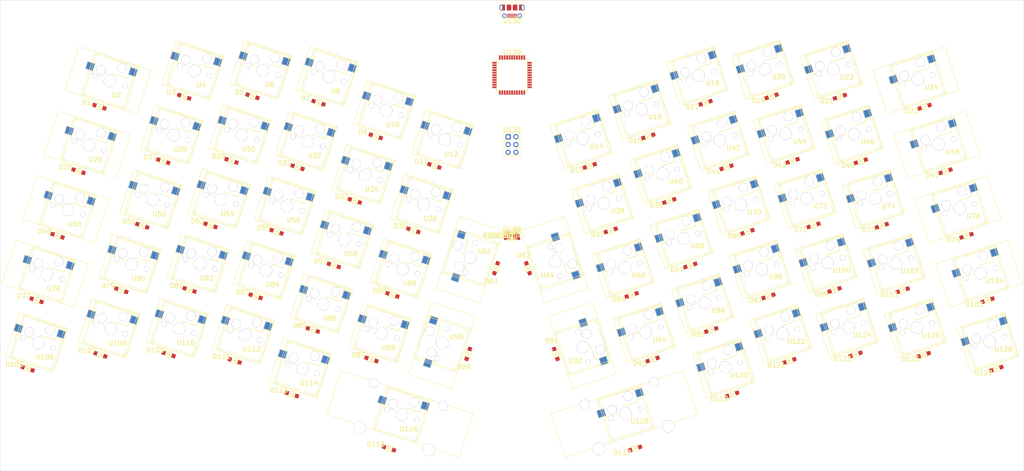
<source format=kicad_pcb>
(kicad_pcb (version 5) (host pcbnew 4.0.2-stable)
  (title_block (title GH60) (date "20 jan 2014") (rev B) (company "geekhack GH60 design team"))
  (layers (0 F.Cu signal) (31 B.Cu signal) (34 B.Paste user) (35 F.Paste user) (36 B.SilkS user) (37 F.SilkS user) (38 B.Mask user) (39 F.Mask user) (44 Edge.Cuts user))
  (net 3 "3")
  (net 67 "67")
  (net 7 "7")
  (net 71 "71")
  (net 11 "11")
  (net 75 "75")
  (net 15 "15")
  (net 79 "79")
  (net 35 "35")
  (net 99 "99")
  (net 39 "39")
  (net 43 "43")
  (net 47 "47")
  (net 4 "4")
  (net 68 "68")
  (net 8 "8")
  (net 72 "72")
  (net 12 "12")
  (net 76 "76")
  (net 16 "16")
  (net 80 "80")
  (net 36 "36")
  (net 40 "40")
  (net 44 "44")
  (net 48 "48")
  (net 5 "5")
  (net 69 "69")
  (net 9 "9")
  (net 73 "73")
  (net 13 "13")
  (net 77 "77")
  (net 17 "17")
  (net 81 "81")
  (net 37 "37")
  (net 41 "41")
  (net 45 "45")
  (net 49 "49")
  (net 6 "6")
  (net 70 "70")
  (net 10 "10")
  (net 74 "74")
  (net 14 "14")
  (net 78 "78")
  (net 18 "18")
  (net 82 "82")
  (net 38 "38")
  (net 42 "42")
  (net 46 "46")
  (net 50 "50")
  (net 19 "19")
  (net 83 "83")
  (net 23 "23")
  (net 87 "87")
  (net 27 "27")
  (net 91 "91")
  (net 31 "31")
  (net 95 "95")
  (net 51 "51")
  (net 55 "55")
  (net 59 "59")
  (net 63 "63")
  (net 20 "20")
  (net 84 "84")
  (net 24 "24")
  (net 88 "88")
  (net 28 "28")
  (net 92 "92")
  (net 32 "32")
  (net 96 "96")
  (net 52 "52")
  (net 56 "56")
  (net 60 "60")
  (net 64 "64")
  (net 21 "21")
  (net 85 "85")
  (net 25 "25")
  (net 89 "89")
  (net 29 "29")
  (net 93 "93")
  (net 33 "33")
  (net 97 "97")
  (net 53 "53")
  (net 57 "57")
  (net 61 "61")
  (net 1 "1")
  (net 65 "65")
  (net 22 "22")
  (net 86 "86")
  (net 26 "26")
  (net 90 "90")
  (net 30 "30")
  (net 94 "94")
  (net 34 "34")
  (net 98 "98")
  (net 54 "54")
  (net 58 "58")
  (net 62 "62")
  (net 2 "2")
  (net 66 "66")
  (module "D1" (layer F.Cu) (at 32.45383268938829 34.8156951692941 -18.0)
    (fp_text reference "D1" (at -4.499996999999993 7.105427357601002e-15 0) (layer F.SilkS) (effects (font (size 1.524 1.524) (thickness 0.3048))))
    (pad 2 smd rect (at 1.7000220000000184 0.0 -18.0) (size 1.2999973999999999 1.2999973999999999) (layers F.Cu F.Paste F.Mask) (net 23 "23"))
    (pad 1 smd rect (at -1.7000220000000041 0.0 -18.0) (size 1.2999973999999999 1.2999973999999999) (layers F.Cu F.Paste F.Mask) (net 93 "93"))
  )
  (module "U2" (layer F.Cu) (at 35.86994998639647 26.35687036894481 -18.0)
    (fp_text reference "U2" (at 3.4924999999999997 3.75 0) (layer F.SilkS) (effects (font (size 1.524 1.524) (thickness 0.3048))))
    (pad 1 smd rect (at 6.29 -5.08 -18.0) (size 2.55 2.5) (layers B.Cu B.Paste B.Mask) (net 69 "69"))
    (pad 2 smd rect (at -7.56 -2.54 -18.0) (size 2.55 2.5) (layers B.Cu B.Paste B.Mask) (net 93 "93"))
    (pad "" thru_hole circle (at 2.54 -5.08 -18.0) (size 3 3) (drill 3) (layers *.Cu *.Mask))
    (pad "" thru_hole circle (at -3.81 -2.54 -18.0) (size 3 3) (drill 3) (layers *.Cu *.Mask))
    (pad "" thru_hole circle (at 0 0 -18.0) (size 3.9878 3.9878) (drill 3.9878) (layers *.Cu *.Mask))
    (pad "" thru_hole circle (at 5.08 0 -18.0) (size 1.7018 1.7018) (drill 1.7018) (layers *.Cu *.Mask))
    (pad "" thru_hole circle (at -5.08 0 -18.0) (size 1.7018 1.7018) (drill 1.7018) (layers *.Cu *.Mask))
  )
  (module "D3" (layer F.Cu) (at 60.13001783192373 31.53309927015561 -18.0)
    (fp_text reference "D3" (at -4.499996999999993 7.105427357601002e-15 0) (layer F.SilkS) (effects (font (size 1.524 1.524) (thickness 0.3048))))
    (pad 2 smd rect (at 1.7000220000000184 0.0 -18.0) (size 1.2999973999999999 1.2999973999999999) (layers F.Cu F.Paste F.Mask) (net 23 "23"))
    (pad 1 smd rect (at -1.7000220000000041 0.0 -18.0) (size 1.2999973999999999 1.2999973999999999) (layers F.Cu F.Paste F.Mask) (net 14 "14"))
  )
  (module "U4" (layer F.Cu) (at 63.5461351289319 23.074274469806266 -18.0)
    (fp_text reference "U4" (at 3.4924999999999997 3.75 0) (layer F.SilkS) (effects (font (size 1.524 1.524) (thickness 0.3048))))
    (pad 1 smd rect (at 6.29 -5.08 -18.0) (size 2.55 2.5) (layers B.Cu B.Paste B.Mask) (net 99 "99"))
    (pad 2 smd rect (at -7.56 -2.54 -18.0) (size 2.55 2.5) (layers B.Cu B.Paste B.Mask) (net 14 "14"))
    (pad "" thru_hole circle (at 2.54 -5.08 -18.0) (size 3 3) (drill 3) (layers *.Cu *.Mask))
    (pad "" thru_hole circle (at -3.81 -2.54 -18.0) (size 3 3) (drill 3) (layers *.Cu *.Mask))
    (pad "" thru_hole circle (at 0 0 -18.0) (size 3.9878 3.9878) (drill 3.9878) (layers *.Cu *.Mask))
    (pad "" thru_hole circle (at 5.08 0 -18.0) (size 1.7018 1.7018) (drill 1.7018) (layers *.Cu *.Mask))
    (pad "" thru_hole circle (at -5.08 0 -18.0) (size 1.7018 1.7018) (drill 1.7018) (layers *.Cu *.Mask))
  )
  (module "D5" (layer F.Cu) (at 82.43768870714965 31.416220773475594 -18.0)
    (fp_text reference "D5" (at -4.499996999999993 7.105427357601002e-15 0) (layer F.SilkS) (effects (font (size 1.524 1.524) (thickness 0.3048))))
    (pad 2 smd rect (at 1.7000220000000184 0.0 -18.0) (size 1.2999973999999999 1.2999973999999999) (layers F.Cu F.Paste F.Mask) (net 23 "23"))
    (pad 1 smd rect (at -1.7000220000000041 0.0 -18.0) (size 1.2999973999999999 1.2999973999999999) (layers F.Cu F.Paste F.Mask) (net 77 "77"))
  )
  (module "U6" (layer F.Cu) (at 85.85380600415783 22.957395973126278 -18.0)
    (fp_text reference "U6" (at 3.4924999999999997 3.75 0) (layer F.SilkS) (effects (font (size 1.524 1.524) (thickness 0.3048))))
    (pad 1 smd rect (at 6.29 -5.08 -18.0) (size 2.55 2.5) (layers B.Cu B.Paste B.Mask) (net 12 "12"))
    (pad 2 smd rect (at -7.56 -2.54 -18.0) (size 2.55 2.5) (layers B.Cu B.Paste B.Mask) (net 77 "77"))
    (pad "" thru_hole circle (at 2.54 -5.08 -18.0) (size 3 3) (drill 3) (layers *.Cu *.Mask))
    (pad "" thru_hole circle (at -3.81 -2.54 -18.0) (size 3 3) (drill 3) (layers *.Cu *.Mask))
    (pad "" thru_hole circle (at 0 0 -18.0) (size 3.9878 3.9878) (drill 3.9878) (layers *.Cu *.Mask))
    (pad "" thru_hole circle (at 5.08 0 -18.0) (size 1.7018 1.7018) (drill 1.7018) (layers *.Cu *.Mask))
    (pad "" thru_hole circle (at -5.08 0 -18.0) (size 1.7018 1.7018) (drill 1.7018) (layers *.Cu *.Mask))
  )
  (module "D7" (layer F.Cu) (at 104.02384533422499 33.51993480016612 -18.0)
    (fp_text reference "D7" (at -4.499996999999993 7.105427357601002e-15 0) (layer F.SilkS) (effects (font (size 1.524 1.524) (thickness 0.3048))))
    (pad 2 smd rect (at 1.7000220000000184 0.0 -18.0) (size 1.2999973999999999 1.2999973999999999) (layers F.Cu F.Paste F.Mask) (net 23 "23"))
    (pad 1 smd rect (at -1.7000220000000041 0.0 -18.0) (size 1.2999973999999999 1.2999973999999999) (layers F.Cu F.Paste F.Mask) (net 31 "31"))
  )
  (module "U8" (layer F.Cu) (at 107.43996263123317 25.061109999816797 -18.0)
    (fp_text reference "U8" (at 3.4924999999999997 3.75 0) (layer F.SilkS) (effects (font (size 1.524 1.524) (thickness 0.3048))))
    (pad 1 smd rect (at 6.29 -5.08 -18.0) (size 2.55 2.5) (layers B.Cu B.Paste B.Mask) (net 84 "84"))
    (pad 2 smd rect (at -7.56 -2.54 -18.0) (size 2.55 2.5) (layers B.Cu B.Paste B.Mask) (net 31 "31"))
    (pad "" thru_hole circle (at 2.54 -5.08 -18.0) (size 3 3) (drill 3) (layers *.Cu *.Mask))
    (pad "" thru_hole circle (at -3.81 -2.54 -18.0) (size 3 3) (drill 3) (layers *.Cu *.Mask))
    (pad "" thru_hole circle (at 0 0 -18.0) (size 3.9878 3.9878) (drill 3.9878) (layers *.Cu *.Mask))
    (pad "" thru_hole circle (at 5.08 0 -18.0) (size 1.7018 1.7018) (drill 1.7018) (layers *.Cu *.Mask))
    (pad "" thru_hole circle (at -5.08 0 -18.0) (size 1.7018 1.7018) (drill 1.7018) (layers *.Cu *.Mask))
  )
  (module "D9" (layer F.Cu) (at 122.72394496869785 44.50601892033885 -18.0)
    (fp_text reference "D9" (at -4.499996999999993 7.105427357601002e-15 0) (layer F.SilkS) (effects (font (size 1.524 1.524) (thickness 0.3048))))
    (pad 2 smd rect (at 1.7000220000000184 0.0 -18.0) (size 1.2999973999999999 1.2999973999999999) (layers F.Cu F.Paste F.Mask) (net 23 "23"))
    (pad 1 smd rect (at -1.7000220000000041 0.0 -18.0) (size 1.2999973999999999 1.2999973999999999) (layers F.Cu F.Paste F.Mask) (net 85 "85"))
  )
  (module "U10" (layer F.Cu) (at 126.140062265706 36.047194119989506 -18.0)
    (fp_text reference "U10" (at 3.4924999999999997 3.75 0) (layer F.SilkS) (effects (font (size 1.524 1.524) (thickness 0.3048))))
    (pad 1 smd rect (at 6.29 -5.08 -18.0) (size 2.55 2.5) (layers B.Cu B.Paste B.Mask) (net 45 "45"))
    (pad 2 smd rect (at -7.56 -2.54 -18.0) (size 2.55 2.5) (layers B.Cu B.Paste B.Mask) (net 85 "85"))
    (pad "" thru_hole circle (at 2.54 -5.08 -18.0) (size 3 3) (drill 3) (layers *.Cu *.Mask))
    (pad "" thru_hole circle (at -3.81 -2.54 -18.0) (size 3 3) (drill 3) (layers *.Cu *.Mask))
    (pad "" thru_hole circle (at 0 0 -18.0) (size 3.9878 3.9878) (drill 3.9878) (layers *.Cu *.Mask))
    (pad "" thru_hole circle (at 5.08 0 -18.0) (size 1.7018 1.7018) (drill 1.7018) (layers *.Cu *.Mask))
    (pad "" thru_hole circle (at -5.08 0 -18.0) (size 1.7018 1.7018) (drill 1.7018) (layers *.Cu *.Mask))
  )
  (module "D11" (layer F.Cu) (at 141.86378531818167 54.13872028129654 -18.0)
    (fp_text reference "D11" (at -4.499996999999993 7.105427357601002e-15 0) (layer F.SilkS) (effects (font (size 1.524 1.524) (thickness 0.3048))))
    (pad 2 smd rect (at 1.7000220000000184 0.0 -18.0) (size 1.2999973999999999 1.2999973999999999) (layers F.Cu F.Paste F.Mask) (net 23 "23"))
    (pad 1 smd rect (at -1.7000220000000041 0.0 -18.0) (size 1.2999973999999999 1.2999973999999999) (layers F.Cu F.Paste F.Mask) (net 95 "95"))
  )
  (module "U12" (layer F.Cu) (at 145.27990261518985 45.67989548094724 -18.0)
    (fp_text reference "U12" (at 3.4924999999999997 3.75 0) (layer F.SilkS) (effects (font (size 1.524 1.524) (thickness 0.3048))))
    (pad 1 smd rect (at 6.29 -5.08 -18.0) (size 2.55 2.5) (layers B.Cu B.Paste B.Mask) (net 21 "21"))
    (pad 2 smd rect (at -7.56 -2.54 -18.0) (size 2.55 2.5) (layers B.Cu B.Paste B.Mask) (net 95 "95"))
    (pad "" thru_hole circle (at 2.54 -5.08 -18.0) (size 3 3) (drill 3) (layers *.Cu *.Mask))
    (pad "" thru_hole circle (at -3.81 -2.54 -18.0) (size 3 3) (drill 3) (layers *.Cu *.Mask))
    (pad "" thru_hole circle (at 0 0 -18.0) (size 3.9878 3.9878) (drill 3.9878) (layers *.Cu *.Mask))
    (pad "" thru_hole circle (at 5.08 0 -18.0) (size 1.7018 1.7018) (drill 1.7018) (layers *.Cu *.Mask))
    (pad "" thru_hole circle (at -5.08 0 -18.0) (size 1.7018 1.7018) (drill 1.7018) (layers *.Cu *.Mask))
  )
  (module "D13" (layer F.Cu) (at 192.65177217920788 54.13872028129653 18.0)
    (fp_text reference "D13" (at -4.499996999999993 7.105427357601002e-15 0) (layer F.SilkS) (effects (font (size 1.524 1.524) (thickness 0.3048))))
    (pad 2 smd rect (at 1.7000220000000184 0.0 18.0) (size 1.2999973999999999 1.2999973999999999) (layers F.Cu F.Paste F.Mask) (net 23 "23"))
    (pad 1 smd rect (at -1.7000220000000041 0.0 18.0) (size 1.2999973999999999 1.2999973999999999) (layers F.Cu F.Paste F.Mask) (net 30 "30"))
  )
  (module "U14" (layer F.Cu) (at 190.44349665789454 45.28744389809103 18.0)
    (fp_text reference "U14" (at 3.4924999999999997 3.75 0) (layer F.SilkS) (effects (font (size 1.524 1.524) (thickness 0.3048))))
    (pad 1 smd rect (at 6.29 -5.08 18.0) (size 2.55 2.5) (layers B.Cu B.Paste B.Mask) (net 47 "47"))
    (pad 2 smd rect (at -7.56 -2.54 18.0) (size 2.55 2.5) (layers B.Cu B.Paste B.Mask) (net 30 "30"))
    (pad "" thru_hole circle (at 2.54 -5.08 18.0) (size 3 3) (drill 3) (layers *.Cu *.Mask))
    (pad "" thru_hole circle (at -3.81 -2.54 18.0) (size 3 3) (drill 3) (layers *.Cu *.Mask))
    (pad "" thru_hole circle (at 0 0 18.0) (size 3.9878 3.9878) (drill 3.9878) (layers *.Cu *.Mask))
    (pad "" thru_hole circle (at 5.08 0 18.0) (size 1.7018 1.7018) (drill 1.7018) (layers *.Cu *.Mask))
    (pad "" thru_hole circle (at -5.08 0 18.0) (size 1.7018 1.7018) (drill 1.7018) (layers *.Cu *.Mask))
  )
  (module "D15" (layer F.Cu) (at 211.79161252869173 44.50601892033885 18.0)
    (fp_text reference "D15" (at -4.499996999999993 7.105427357601002e-15 0) (layer F.SilkS) (effects (font (size 1.524 1.524) (thickness 0.3048))))
    (pad 2 smd rect (at 1.7000220000000184 0.0 18.0) (size 1.2999973999999999 1.2999973999999999) (layers F.Cu F.Paste F.Mask) (net 23 "23"))
    (pad 1 smd rect (at -1.7000220000000041 0.0 18.0) (size 1.2999973999999999 1.2999973999999999) (layers F.Cu F.Paste F.Mask) (net 8 "8"))
  )
  (module "U16" (layer F.Cu) (at 209.58333700737836 35.65474253713332 18.0)
    (fp_text reference "U16" (at 3.4924999999999997 3.75 0) (layer F.SilkS) (effects (font (size 1.524 1.524) (thickness 0.3048))))
    (pad 1 smd rect (at 6.29 -5.08 18.0) (size 2.55 2.5) (layers B.Cu B.Paste B.Mask) (net 60 "60"))
    (pad 2 smd rect (at -7.56 -2.54 18.0) (size 2.55 2.5) (layers B.Cu B.Paste B.Mask) (net 8 "8"))
    (pad "" thru_hole circle (at 2.54 -5.08 18.0) (size 3 3) (drill 3) (layers *.Cu *.Mask))
    (pad "" thru_hole circle (at -3.81 -2.54 18.0) (size 3 3) (drill 3) (layers *.Cu *.Mask))
    (pad "" thru_hole circle (at 0 0 18.0) (size 3.9878 3.9878) (drill 3.9878) (layers *.Cu *.Mask))
    (pad "" thru_hole circle (at 5.08 0 18.0) (size 1.7018 1.7018) (drill 1.7018) (layers *.Cu *.Mask))
    (pad "" thru_hole circle (at -5.08 0 18.0) (size 1.7018 1.7018) (drill 1.7018) (layers *.Cu *.Mask))
  )
  (module "D17" (layer F.Cu) (at 230.49171216316455 33.51993480016612 18.0)
    (fp_text reference "D17" (at -4.499996999999993 7.105427357601002e-15 0) (layer F.SilkS) (effects (font (size 1.524 1.524) (thickness 0.3048))))
    (pad 2 smd rect (at 1.7000220000000184 0.0 18.0) (size 1.2999973999999999 1.2999973999999999) (layers F.Cu F.Paste F.Mask) (net 23 "23"))
    (pad 1 smd rect (at -1.7000220000000041 0.0 18.0) (size 1.2999973999999999 1.2999973999999999) (layers F.Cu F.Paste F.Mask) (net 1 "1"))
  )
  (module "U18" (layer F.Cu) (at 228.2834366418512 24.668658416960614 18.0)
    (fp_text reference "U18" (at 3.4924999999999997 3.75 0) (layer F.SilkS) (effects (font (size 1.524 1.524) (thickness 0.3048))))
    (pad 1 smd rect (at 6.29 -5.08 18.0) (size 2.55 2.5) (layers B.Cu B.Paste B.Mask) (net 11 "11"))
    (pad 2 smd rect (at -7.56 -2.54 18.0) (size 2.55 2.5) (layers B.Cu B.Paste B.Mask) (net 1 "1"))
    (pad "" thru_hole circle (at 2.54 -5.08 18.0) (size 3 3) (drill 3) (layers *.Cu *.Mask))
    (pad "" thru_hole circle (at -3.81 -2.54 18.0) (size 3 3) (drill 3) (layers *.Cu *.Mask))
    (pad "" thru_hole circle (at 0 0 18.0) (size 3.9878 3.9878) (drill 3.9878) (layers *.Cu *.Mask))
    (pad "" thru_hole circle (at 5.08 0 18.0) (size 1.7018 1.7018) (drill 1.7018) (layers *.Cu *.Mask))
    (pad "" thru_hole circle (at -5.08 0 18.0) (size 1.7018 1.7018) (drill 1.7018) (layers *.Cu *.Mask))
  )
  (module "D19" (layer F.Cu) (at 252.07786879023988 31.416220773475594 18.0)
    (fp_text reference "D19" (at -4.499996999999993 7.105427357601002e-15 0) (layer F.SilkS) (effects (font (size 1.524 1.524) (thickness 0.3048))))
    (pad 2 smd rect (at 1.7000220000000184 0.0 18.0) (size 1.2999973999999999 1.2999973999999999) (layers F.Cu F.Paste F.Mask) (net 23 "23"))
    (pad 1 smd rect (at -1.7000220000000041 0.0 18.0) (size 1.2999973999999999 1.2999973999999999) (layers F.Cu F.Paste F.Mask) (net 52 "52"))
  )
  (module "U20" (layer F.Cu) (at 249.86959326892656 22.564944390270096 18.0)
    (fp_text reference "U20" (at 3.4924999999999997 3.75 0) (layer F.SilkS) (effects (font (size 1.524 1.524) (thickness 0.3048))))
    (pad 1 smd rect (at 6.29 -5.08 18.0) (size 2.55 2.5) (layers B.Cu B.Paste B.Mask) (net 36 "36"))
    (pad 2 smd rect (at -7.56 -2.54 18.0) (size 2.55 2.5) (layers B.Cu B.Paste B.Mask) (net 52 "52"))
    (pad "" thru_hole circle (at 2.54 -5.08 18.0) (size 3 3) (drill 3) (layers *.Cu *.Mask))
    (pad "" thru_hole circle (at -3.81 -2.54 18.0) (size 3 3) (drill 3) (layers *.Cu *.Mask))
    (pad "" thru_hole circle (at 0 0 18.0) (size 3.9878 3.9878) (drill 3.9878) (layers *.Cu *.Mask))
    (pad "" thru_hole circle (at 5.08 0 18.0) (size 1.7018 1.7018) (drill 1.7018) (layers *.Cu *.Mask))
    (pad "" thru_hole circle (at -5.08 0 18.0) (size 1.7018 1.7018) (drill 1.7018) (layers *.Cu *.Mask))
  )
  (module "D21" (layer F.Cu) (at 274.38553966546584 31.53309927015558 18.0)
    (fp_text reference "D21" (at -4.499996999999993 7.105427357601002e-15 0) (layer F.SilkS) (effects (font (size 1.524 1.524) (thickness 0.3048))))
    (pad 2 smd rect (at 1.7000220000000184 0.0 18.0) (size 1.2999973999999999 1.2999973999999999) (layers F.Cu F.Paste F.Mask) (net 23 "23"))
    (pad 1 smd rect (at -1.7000220000000041 0.0 18.0) (size 1.2999973999999999 1.2999973999999999) (layers F.Cu F.Paste F.Mask) (net 55 "55"))
  )
  (module "U22" (layer F.Cu) (at 272.17726414415256 22.681822886950084 18.0)
    (fp_text reference "U22" (at 3.4924999999999997 3.75 0) (layer F.SilkS) (effects (font (size 1.524 1.524) (thickness 0.3048))))
    (pad 1 smd rect (at 6.29 -5.08 18.0) (size 2.55 2.5) (layers B.Cu B.Paste B.Mask) (net 22 "22"))
    (pad 2 smd rect (at -7.56 -2.54 18.0) (size 2.55 2.5) (layers B.Cu B.Paste B.Mask) (net 55 "55"))
    (pad "" thru_hole circle (at 2.54 -5.08 18.0) (size 3 3) (drill 3) (layers *.Cu *.Mask))
    (pad "" thru_hole circle (at -3.81 -2.54 18.0) (size 3 3) (drill 3) (layers *.Cu *.Mask))
    (pad "" thru_hole circle (at 0 0 18.0) (size 3.9878 3.9878) (drill 3.9878) (layers *.Cu *.Mask))
    (pad "" thru_hole circle (at 5.08 0 18.0) (size 1.7018 1.7018) (drill 1.7018) (layers *.Cu *.Mask))
    (pad "" thru_hole circle (at -5.08 0 18.0) (size 1.7018 1.7018) (drill 1.7018) (layers *.Cu *.Mask))
  )
  (module "D23" (layer F.Cu) (at 302.06172480800126 34.8156951692941 18.0)
    (fp_text reference "D23" (at -4.499996999999993 7.105427357601002e-15 0) (layer F.SilkS) (effects (font (size 1.524 1.524) (thickness 0.3048))))
    (pad 2 smd rect (at 1.7000220000000184 0.0 18.0) (size 1.2999973999999999 1.2999973999999999) (layers F.Cu F.Paste F.Mask) (net 23 "23"))
    (pad 1 smd rect (at -1.7000220000000041 0.0 18.0) (size 1.2999973999999999 1.2999973999999999) (layers F.Cu F.Paste F.Mask) (net 71 "71"))
  )
  (module "U24" (layer F.Cu) (at 299.853449286688 25.9644187860886 18.0)
    (fp_text reference "U24" (at 3.4924999999999997 3.75 0) (layer F.SilkS) (effects (font (size 1.524 1.524) (thickness 0.3048))))
    (pad 1 smd rect (at 6.29 -5.08 18.0) (size 2.55 2.5) (layers B.Cu B.Paste B.Mask) (net 44 "44"))
    (pad 2 smd rect (at -7.56 -2.54 18.0) (size 2.55 2.5) (layers B.Cu B.Paste B.Mask) (net 71 "71"))
    (pad "" thru_hole circle (at 2.54 -5.08 18.0) (size 3 3) (drill 3) (layers *.Cu *.Mask))
    (pad "" thru_hole circle (at -3.81 -2.54 18.0) (size 3 3) (drill 3) (layers *.Cu *.Mask))
    (pad "" thru_hole circle (at 0 0 18.0) (size 3.9878 3.9878) (drill 3.9878) (layers *.Cu *.Mask))
    (pad "" thru_hole circle (at 5.08 0 18.0) (size 1.7018 1.7018) (drill 1.7018) (layers *.Cu *.Mask))
    (pad "" thru_hole circle (at -5.08 0 18.0) (size 1.7018 1.7018) (drill 1.7018) (layers *.Cu *.Mask))
  )
  (module "D25" (layer F.Cu) (at 25.60286564921072 55.9008036425789 -18.0)
    (fp_text reference "D25" (at -4.499996999999993 7.105427357601002e-15 0) (layer F.SilkS) (effects (font (size 1.524 1.524) (thickness 0.3048))))
    (pad 2 smd rect (at 1.7000220000000184 0.0 -18.0) (size 1.2999973999999999 1.2999973999999999) (layers F.Cu F.Paste F.Mask) (net 61 "61"))
    (pad 1 smd rect (at -1.7000220000000041 0.0 -18.0) (size 1.2999973999999999 1.2999973999999999) (layers F.Cu F.Paste F.Mask) (net 74 "74"))
  )
  (module "U26" (layer F.Cu) (at 29.018982946218898 47.44197884222957 -18.0)
    (fp_text reference "U26" (at 3.4924999999999997 3.75 0) (layer F.SilkS) (effects (font (size 1.524 1.524) (thickness 0.3048))))
    (pad 1 smd rect (at 6.29 -5.08 -18.0) (size 2.55 2.5) (layers B.Cu B.Paste B.Mask) (net 69 "69"))
    (pad 2 smd rect (at -7.56 -2.54 -18.0) (size 2.55 2.5) (layers B.Cu B.Paste B.Mask) (net 74 "74"))
    (pad "" thru_hole circle (at 2.54 -5.08 -18.0) (size 3 3) (drill 3) (layers *.Cu *.Mask))
    (pad "" thru_hole circle (at -3.81 -2.54 -18.0) (size 3 3) (drill 3) (layers *.Cu *.Mask))
    (pad "" thru_hole circle (at 0 0 -18.0) (size 3.9878 3.9878) (drill 3.9878) (layers *.Cu *.Mask))
    (pad "" thru_hole circle (at 5.08 0 -18.0) (size 1.7018 1.7018) (drill 1.7018) (layers *.Cu *.Mask))
    (pad "" thru_hole circle (at -5.08 0 -18.0) (size 1.7018 1.7018) (drill 1.7018) (layers *.Cu *.Mask))
  )
  (module "D27" (layer F.Cu) (at 53.27905079174616 52.61820774344038 -18.0)
    (fp_text reference "D27" (at -4.499996999999993 7.105427357601002e-15 0) (layer F.SilkS) (effects (font (size 1.524 1.524) (thickness 0.3048))))
    (pad 2 smd rect (at 1.7000220000000184 0.0 -18.0) (size 1.2999973999999999 1.2999973999999999) (layers F.Cu F.Paste F.Mask) (net 61 "61"))
    (pad 1 smd rect (at -1.7000220000000041 0.0 -18.0) (size 1.2999973999999999 1.2999973999999999) (layers F.Cu F.Paste F.Mask) (net 67 "67"))
  )
  (module "U28" (layer F.Cu) (at 56.69516808875434 44.15938294309103 -18.0)
    (fp_text reference "U28" (at 3.4924999999999997 3.75 0) (layer F.SilkS) (effects (font (size 1.524 1.524) (thickness 0.3048))))
    (pad 1 smd rect (at 6.29 -5.08 -18.0) (size 2.55 2.5) (layers B.Cu B.Paste B.Mask) (net 99 "99"))
    (pad 2 smd rect (at -7.56 -2.54 -18.0) (size 2.55 2.5) (layers B.Cu B.Paste B.Mask) (net 67 "67"))
    (pad "" thru_hole circle (at 2.54 -5.08 -18.0) (size 3 3) (drill 3) (layers *.Cu *.Mask))
    (pad "" thru_hole circle (at -3.81 -2.54 -18.0) (size 3 3) (drill 3) (layers *.Cu *.Mask))
    (pad "" thru_hole circle (at 0 0 -18.0) (size 3.9878 3.9878) (drill 3.9878) (layers *.Cu *.Mask))
    (pad "" thru_hole circle (at 5.08 0 -18.0) (size 1.7018 1.7018) (drill 1.7018) (layers *.Cu *.Mask))
    (pad "" thru_hole circle (at -5.08 0 -18.0) (size 1.7018 1.7018) (drill 1.7018) (layers *.Cu *.Mask))
  )
  (module "D29" (layer F.Cu) (at 75.5867216669721 52.50132924676036 -18.0)
    (fp_text reference "D29" (at -4.499996999999993 7.105427357601002e-15 0) (layer F.SilkS) (effects (font (size 1.524 1.524) (thickness 0.3048))))
    (pad 2 smd rect (at 1.7000220000000184 0.0 -18.0) (size 1.2999973999999999 1.2999973999999999) (layers F.Cu F.Paste F.Mask) (net 61 "61"))
    (pad 1 smd rect (at -1.7000220000000041 0.0 -18.0) (size 1.2999973999999999 1.2999973999999999) (layers F.Cu F.Paste F.Mask) (net 56 "56"))
  )
  (module "U30" (layer F.Cu) (at 79.00283896398027 44.042504446411044 -18.0)
    (fp_text reference "U30" (at 3.4924999999999997 3.75 0) (layer F.SilkS) (effects (font (size 1.524 1.524) (thickness 0.3048))))
    (pad 1 smd rect (at 6.29 -5.08 -18.0) (size 2.55 2.5) (layers B.Cu B.Paste B.Mask) (net 12 "12"))
    (pad 2 smd rect (at -7.56 -2.54 -18.0) (size 2.55 2.5) (layers B.Cu B.Paste B.Mask) (net 56 "56"))
    (pad "" thru_hole circle (at 2.54 -5.08 -18.0) (size 3 3) (drill 3) (layers *.Cu *.Mask))
    (pad "" thru_hole circle (at -3.81 -2.54 -18.0) (size 3 3) (drill 3) (layers *.Cu *.Mask))
    (pad "" thru_hole circle (at 0 0 -18.0) (size 3.9878 3.9878) (drill 3.9878) (layers *.Cu *.Mask))
    (pad "" thru_hole circle (at 5.08 0 -18.0) (size 1.7018 1.7018) (drill 1.7018) (layers *.Cu *.Mask))
    (pad "" thru_hole circle (at -5.08 0 -18.0) (size 1.7018 1.7018) (drill 1.7018) (layers *.Cu *.Mask))
  )
  (module "D31" (layer F.Cu) (at 97.17287829404744 54.605043273450896 -18.0)
    (fp_text reference "D31" (at -4.499996999999993 7.105427357601002e-15 0) (layer F.SilkS) (effects (font (size 1.524 1.524) (thickness 0.3048))))
    (pad 2 smd rect (at 1.7000220000000184 0.0 -18.0) (size 1.2999973999999999 1.2999973999999999) (layers F.Cu F.Paste F.Mask) (net 61 "61"))
    (pad 1 smd rect (at -1.7000220000000041 0.0 -18.0) (size 1.2999973999999999 1.2999973999999999) (layers F.Cu F.Paste F.Mask) (net 92 "92"))
  )
  (module "U32" (layer F.Cu) (at 100.58899559105562 46.14621847310157 -18.0)
    (fp_text reference "U32" (at 3.4924999999999997 3.75 0) (layer F.SilkS) (effects (font (size 1.524 1.524) (thickness 0.3048))))
    (pad 1 smd rect (at 6.29 -5.08 -18.0) (size 2.55 2.5) (layers B.Cu B.Paste B.Mask) (net 84 "84"))
    (pad 2 smd rect (at -7.56 -2.54 -18.0) (size 2.55 2.5) (layers B.Cu B.Paste B.Mask) (net 92 "92"))
    (pad "" thru_hole circle (at 2.54 -5.08 -18.0) (size 3 3) (drill 3) (layers *.Cu *.Mask))
    (pad "" thru_hole circle (at -3.81 -2.54 -18.0) (size 3 3) (drill 3) (layers *.Cu *.Mask))
    (pad "" thru_hole circle (at 0 0 -18.0) (size 3.9878 3.9878) (drill 3.9878) (layers *.Cu *.Mask))
    (pad "" thru_hole circle (at 5.08 0 -18.0) (size 1.7018 1.7018) (drill 1.7018) (layers *.Cu *.Mask))
    (pad "" thru_hole circle (at -5.08 0 -18.0) (size 1.7018 1.7018) (drill 1.7018) (layers *.Cu *.Mask))
  )
  (module "D33" (layer F.Cu) (at 115.87297792852027 65.59112739362362 -18.0)
    (fp_text reference "D33" (at -4.499996999999993 7.105427357601002e-15 0) (layer F.SilkS) (effects (font (size 1.524 1.524) (thickness 0.3048))))
    (pad 2 smd rect (at 1.7000220000000184 0.0 -18.0) (size 1.2999973999999999 1.2999973999999999) (layers F.Cu F.Paste F.Mask) (net 61 "61"))
    (pad 1 smd rect (at -1.7000220000000041 0.0 -18.0) (size 1.2999973999999999 1.2999973999999999) (layers F.Cu F.Paste F.Mask) (net 20 "20"))
  )
  (module "U34" (layer F.Cu) (at 119.28909522552846 57.13230259327429 -18.0)
    (fp_text reference "U34" (at 3.4924999999999997 3.75 0) (layer F.SilkS) (effects (font (size 1.524 1.524) (thickness 0.3048))))
    (pad 1 smd rect (at 6.29 -5.08 -18.0) (size 2.55 2.5) (layers B.Cu B.Paste B.Mask) (net 45 "45"))
    (pad 2 smd rect (at -7.56 -2.54 -18.0) (size 2.55 2.5) (layers B.Cu B.Paste B.Mask) (net 20 "20"))
    (pad "" thru_hole circle (at 2.54 -5.08 -18.0) (size 3 3) (drill 3) (layers *.Cu *.Mask))
    (pad "" thru_hole circle (at -3.81 -2.54 -18.0) (size 3 3) (drill 3) (layers *.Cu *.Mask))
    (pad "" thru_hole circle (at 0 0 -18.0) (size 3.9878 3.9878) (drill 3.9878) (layers *.Cu *.Mask))
    (pad "" thru_hole circle (at 5.08 0 -18.0) (size 1.7018 1.7018) (drill 1.7018) (layers *.Cu *.Mask))
    (pad "" thru_hole circle (at -5.08 0 -18.0) (size 1.7018 1.7018) (drill 1.7018) (layers *.Cu *.Mask))
  )
  (module "D35" (layer F.Cu) (at 135.01281827800412 75.22382875458132 -18.0)
    (fp_text reference "D35" (at -4.499996999999993 7.105427357601002e-15 0) (layer F.SilkS) (effects (font (size 1.524 1.524) (thickness 0.3048))))
    (pad 2 smd rect (at 1.7000220000000184 0.0 -18.0) (size 1.2999973999999999 1.2999973999999999) (layers F.Cu F.Paste F.Mask) (net 61 "61"))
    (pad 1 smd rect (at -1.7000220000000041 0.0 -18.0) (size 1.2999973999999999 1.2999973999999999) (layers F.Cu F.Paste F.Mask) (net 87 "87"))
  )
  (module "U36" (layer F.Cu) (at 138.42893557501225 66.765003954232 -18.0)
    (fp_text reference "U36" (at 3.4924999999999997 3.75 0) (layer F.SilkS) (effects (font (size 1.524 1.524) (thickness 0.3048))))
    (pad 1 smd rect (at 6.29 -5.08 -18.0) (size 2.55 2.5) (layers B.Cu B.Paste B.Mask) (net 21 "21"))
    (pad 2 smd rect (at -7.56 -2.54 -18.0) (size 2.55 2.5) (layers B.Cu B.Paste B.Mask) (net 87 "87"))
    (pad "" thru_hole circle (at 2.54 -5.08 -18.0) (size 3 3) (drill 3) (layers *.Cu *.Mask))
    (pad "" thru_hole circle (at -3.81 -2.54 -18.0) (size 3 3) (drill 3) (layers *.Cu *.Mask))
    (pad "" thru_hole circle (at 0 0 -18.0) (size 3.9878 3.9878) (drill 3.9878) (layers *.Cu *.Mask))
    (pad "" thru_hole circle (at 5.08 0 -18.0) (size 1.7018 1.7018) (drill 1.7018) (layers *.Cu *.Mask))
    (pad "" thru_hole circle (at -5.08 0 -18.0) (size 1.7018 1.7018) (drill 1.7018) (layers *.Cu *.Mask))
  )
  (module "D37" (layer F.Cu) (at 199.50273921938546 75.2238287545813 18.0)
    (fp_text reference "D37" (at -4.499996999999993 7.105427357601002e-15 0) (layer F.SilkS) (effects (font (size 1.524 1.524) (thickness 0.3048))))
    (pad 2 smd rect (at 1.7000220000000184 0.0 18.0) (size 1.2999973999999999 1.2999973999999999) (layers F.Cu F.Paste F.Mask) (net 61 "61"))
    (pad 1 smd rect (at -1.7000220000000041 0.0 18.0) (size 1.2999973999999999 1.2999973999999999) (layers F.Cu F.Paste F.Mask) (net 97 "97"))
  )
  (module "U38" (layer F.Cu) (at 197.2944636980721 66.3725523713758 18.0)
    (fp_text reference "U38" (at 3.4924999999999997 3.75 0) (layer F.SilkS) (effects (font (size 1.524 1.524) (thickness 0.3048))))
    (pad 1 smd rect (at 6.29 -5.08 18.0) (size 2.55 2.5) (layers B.Cu B.Paste B.Mask) (net 47 "47"))
    (pad 2 smd rect (at -7.56 -2.54 18.0) (size 2.55 2.5) (layers B.Cu B.Paste B.Mask) (net 97 "97"))
    (pad "" thru_hole circle (at 2.54 -5.08 18.0) (size 3 3) (drill 3) (layers *.Cu *.Mask))
    (pad "" thru_hole circle (at -3.81 -2.54 18.0) (size 3 3) (drill 3) (layers *.Cu *.Mask))
    (pad "" thru_hole circle (at 0 0 18.0) (size 3.9878 3.9878) (drill 3.9878) (layers *.Cu *.Mask))
    (pad "" thru_hole circle (at 5.08 0 18.0) (size 1.7018 1.7018) (drill 1.7018) (layers *.Cu *.Mask))
    (pad "" thru_hole circle (at -5.08 0 18.0) (size 1.7018 1.7018) (drill 1.7018) (layers *.Cu *.Mask))
  )
  (module "D39" (layer F.Cu) (at 218.6425795688693 65.59112739362361 18.0)
    (fp_text reference "D39" (at -4.499996999999993 7.105427357601002e-15 0) (layer F.SilkS) (effects (font (size 1.524 1.524) (thickness 0.3048))))
    (pad 2 smd rect (at 1.7000220000000184 0.0 18.0) (size 1.2999973999999999 1.2999973999999999) (layers F.Cu F.Paste F.Mask) (net 61 "61"))
    (pad 1 smd rect (at -1.7000220000000041 0.0 18.0) (size 1.2999973999999999 1.2999973999999999) (layers F.Cu F.Paste F.Mask) (net 29 "29"))
  )
  (module "U40" (layer F.Cu) (at 216.43430404755594 56.73985101041809 18.0)
    (fp_text reference "U40" (at 3.4924999999999997 3.75 0) (layer F.SilkS) (effects (font (size 1.524 1.524) (thickness 0.3048))))
    (pad 1 smd rect (at 6.29 -5.08 18.0) (size 2.55 2.5) (layers B.Cu B.Paste B.Mask) (net 60 "60"))
    (pad 2 smd rect (at -7.56 -2.54 18.0) (size 2.55 2.5) (layers B.Cu B.Paste B.Mask) (net 29 "29"))
    (pad "" thru_hole circle (at 2.54 -5.08 18.0) (size 3 3) (drill 3) (layers *.Cu *.Mask))
    (pad "" thru_hole circle (at -3.81 -2.54 18.0) (size 3 3) (drill 3) (layers *.Cu *.Mask))
    (pad "" thru_hole circle (at 0 0 18.0) (size 3.9878 3.9878) (drill 3.9878) (layers *.Cu *.Mask))
    (pad "" thru_hole circle (at 5.08 0 18.0) (size 1.7018 1.7018) (drill 1.7018) (layers *.Cu *.Mask))
    (pad "" thru_hole circle (at -5.08 0 18.0) (size 1.7018 1.7018) (drill 1.7018) (layers *.Cu *.Mask))
  )
  (module "D41" (layer F.Cu) (at 237.34267920334213 54.605043273450896 18.0)
    (fp_text reference "D41" (at -4.499996999999993 7.105427357601002e-15 0) (layer F.SilkS) (effects (font (size 1.524 1.524) (thickness 0.3048))))
    (pad 2 smd rect (at 1.7000220000000184 0.0 18.0) (size 1.2999973999999999 1.2999973999999999) (layers F.Cu F.Paste F.Mask) (net 61 "61"))
    (pad 1 smd rect (at -1.7000220000000041 0.0 18.0) (size 1.2999973999999999 1.2999973999999999) (layers F.Cu F.Paste F.Mask) (net 59 "59"))
  )
  (module "U42" (layer F.Cu) (at 235.13440368202876 45.75376689024539 18.0)
    (fp_text reference "U42" (at 3.4924999999999997 3.75 0) (layer F.SilkS) (effects (font (size 1.524 1.524) (thickness 0.3048))))
    (pad 1 smd rect (at 6.29 -5.08 18.0) (size 2.55 2.5) (layers B.Cu B.Paste B.Mask) (net 11 "11"))
    (pad 2 smd rect (at -7.56 -2.54 18.0) (size 2.55 2.5) (layers B.Cu B.Paste B.Mask) (net 59 "59"))
    (pad "" thru_hole circle (at 2.54 -5.08 18.0) (size 3 3) (drill 3) (layers *.Cu *.Mask))
    (pad "" thru_hole circle (at -3.81 -2.54 18.0) (size 3 3) (drill 3) (layers *.Cu *.Mask))
    (pad "" thru_hole circle (at 0 0 18.0) (size 3.9878 3.9878) (drill 3.9878) (layers *.Cu *.Mask))
    (pad "" thru_hole circle (at 5.08 0 18.0) (size 1.7018 1.7018) (drill 1.7018) (layers *.Cu *.Mask))
    (pad "" thru_hole circle (at -5.08 0 18.0) (size 1.7018 1.7018) (drill 1.7018) (layers *.Cu *.Mask))
  )
  (module "D43" (layer F.Cu) (at 258.9288358304174 52.50132924676036 18.0)
    (fp_text reference "D43" (at -4.499996999999993 7.105427357601002e-15 0) (layer F.SilkS) (effects (font (size 1.524 1.524) (thickness 0.3048))))
    (pad 2 smd rect (at 1.7000220000000184 0.0 18.0) (size 1.2999973999999999 1.2999973999999999) (layers F.Cu F.Paste F.Mask) (net 61 "61"))
    (pad 1 smd rect (at -1.7000220000000041 0.0 18.0) (size 1.2999973999999999 1.2999973999999999) (layers F.Cu F.Paste F.Mask) (net 54 "54"))
  )
  (module "U44" (layer F.Cu) (at 256.72056030910414 43.65005286355486 18.0)
    (fp_text reference "U44" (at 3.4924999999999997 3.75 0) (layer F.SilkS) (effects (font (size 1.524 1.524) (thickness 0.3048))))
    (pad 1 smd rect (at 6.29 -5.08 18.0) (size 2.55 2.5) (layers B.Cu B.Paste B.Mask) (net 36 "36"))
    (pad 2 smd rect (at -7.56 -2.54 18.0) (size 2.55 2.5) (layers B.Cu B.Paste B.Mask) (net 54 "54"))
    (pad "" thru_hole circle (at 2.54 -5.08 18.0) (size 3 3) (drill 3) (layers *.Cu *.Mask))
    (pad "" thru_hole circle (at -3.81 -2.54 18.0) (size 3 3) (drill 3) (layers *.Cu *.Mask))
    (pad "" thru_hole circle (at 0 0 18.0) (size 3.9878 3.9878) (drill 3.9878) (layers *.Cu *.Mask))
    (pad "" thru_hole circle (at 5.08 0 18.0) (size 1.7018 1.7018) (drill 1.7018) (layers *.Cu *.Mask))
    (pad "" thru_hole circle (at -5.08 0 18.0) (size 1.7018 1.7018) (drill 1.7018) (layers *.Cu *.Mask))
  )
  (module "D45" (layer F.Cu) (at 281.2365067056434 52.61820774344035 18.0)
    (fp_text reference "D45" (at -4.499996999999993 7.105427357601002e-15 0) (layer F.SilkS) (effects (font (size 1.524 1.524) (thickness 0.3048))))
    (pad 2 smd rect (at 1.7000220000000184 0.0 18.0) (size 1.2999973999999999 1.2999973999999999) (layers F.Cu F.Paste F.Mask) (net 61 "61"))
    (pad 1 smd rect (at -1.7000220000000041 0.0 18.0) (size 1.2999973999999999 1.2999973999999999) (layers F.Cu F.Paste F.Mask) (net 26 "26"))
  )
  (module "U46" (layer F.Cu) (at 279.0282311843301 43.76693136023485 18.0)
    (fp_text reference "U46" (at 3.4924999999999997 3.75 0) (layer F.SilkS) (effects (font (size 1.524 1.524) (thickness 0.3048))))
    (pad 1 smd rect (at 6.29 -5.08 18.0) (size 2.55 2.5) (layers B.Cu B.Paste B.Mask) (net 22 "22"))
    (pad 2 smd rect (at -7.56 -2.54 18.0) (size 2.55 2.5) (layers B.Cu B.Paste B.Mask) (net 26 "26"))
    (pad "" thru_hole circle (at 2.54 -5.08 18.0) (size 3 3) (drill 3) (layers *.Cu *.Mask))
    (pad "" thru_hole circle (at -3.81 -2.54 18.0) (size 3 3) (drill 3) (layers *.Cu *.Mask))
    (pad "" thru_hole circle (at 0 0 18.0) (size 3.9878 3.9878) (drill 3.9878) (layers *.Cu *.Mask))
    (pad "" thru_hole circle (at 5.08 0 18.0) (size 1.7018 1.7018) (drill 1.7018) (layers *.Cu *.Mask))
    (pad "" thru_hole circle (at -5.08 0 18.0) (size 1.7018 1.7018) (drill 1.7018) (layers *.Cu *.Mask))
  )
  (module "D47" (layer F.Cu) (at 308.91269184817884 55.9008036425789 18.0)
    (fp_text reference "D47" (at -4.499996999999993 7.105427357601002e-15 0) (layer F.SilkS) (effects (font (size 1.524 1.524) (thickness 0.3048))))
    (pad 2 smd rect (at 1.7000220000000184 0.0 18.0) (size 1.2999973999999999 1.2999973999999999) (layers F.Cu F.Paste F.Mask) (net 61 "61"))
    (pad 1 smd rect (at -1.7000220000000041 0.0 18.0) (size 1.2999973999999999 1.2999973999999999) (layers F.Cu F.Paste F.Mask) (net 37 "37"))
  )
  (module "U48" (layer F.Cu) (at 306.7044163268655 47.04952725937337 18.0)
    (fp_text reference "U48" (at 3.4924999999999997 3.75 0) (layer F.SilkS) (effects (font (size 1.524 1.524) (thickness 0.3048))))
    (pad 1 smd rect (at 6.29 -5.08 18.0) (size 2.55 2.5) (layers B.Cu B.Paste B.Mask) (net 44 "44"))
    (pad 2 smd rect (at -7.56 -2.54 18.0) (size 2.55 2.5) (layers B.Cu B.Paste B.Mask) (net 37 "37"))
    (pad "" thru_hole circle (at 2.54 -5.08 18.0) (size 3 3) (drill 3) (layers *.Cu *.Mask))
    (pad "" thru_hole circle (at -3.81 -2.54 18.0) (size 3 3) (drill 3) (layers *.Cu *.Mask))
    (pad "" thru_hole circle (at 0 0 18.0) (size 3.9878 3.9878) (drill 3.9878) (layers *.Cu *.Mask))
    (pad "" thru_hole circle (at 5.08 0 18.0) (size 1.7018 1.7018) (drill 1.7018) (layers *.Cu *.Mask))
    (pad "" thru_hole circle (at -5.08 0 18.0) (size 1.7018 1.7018) (drill 1.7018) (layers *.Cu *.Mask))
  )
  (module "D49" (layer F.Cu) (at 18.75189860903315 76.98591211586367 -18.0)
    (fp_text reference "D49" (at -4.499996999999993 7.105427357601002e-15 0) (layer F.SilkS) (effects (font (size 1.524 1.524) (thickness 0.3048))))
    (pad 2 smd rect (at 1.7000220000000184 0.0 -18.0) (size 1.2999973999999999 1.2999973999999999) (layers F.Cu F.Paste F.Mask) (net 34 "34"))
    (pad 1 smd rect (at -1.7000220000000041 0.0 -18.0) (size 1.2999973999999999 1.2999973999999999) (layers F.Cu F.Paste F.Mask) (net 13 "13"))
  )
  (module "U50" (layer F.Cu) (at 22.168015906041333 68.52708731551435 -18.0)
    (fp_text reference "U50" (at 3.4924999999999997 3.75 0) (layer F.SilkS) (effects (font (size 1.524 1.524) (thickness 0.3048))))
    (pad 1 smd rect (at 6.29 -5.08 -18.0) (size 2.55 2.5) (layers B.Cu B.Paste B.Mask) (net 69 "69"))
    (pad 2 smd rect (at -7.56 -2.54 -18.0) (size 2.55 2.5) (layers B.Cu B.Paste B.Mask) (net 13 "13"))
    (pad "" thru_hole circle (at 2.54 -5.08 -18.0) (size 3 3) (drill 3) (layers *.Cu *.Mask))
    (pad "" thru_hole circle (at -3.81 -2.54 -18.0) (size 3 3) (drill 3) (layers *.Cu *.Mask))
    (pad "" thru_hole circle (at 0 0 -18.0) (size 3.9878 3.9878) (drill 3.9878) (layers *.Cu *.Mask))
    (pad "" thru_hole circle (at 5.08 0 -18.0) (size 1.7018 1.7018) (drill 1.7018) (layers *.Cu *.Mask))
    (pad "" thru_hole circle (at -5.08 0 -18.0) (size 1.7018 1.7018) (drill 1.7018) (layers *.Cu *.Mask))
  )
  (module "D51" (layer F.Cu) (at 46.428083751568586 73.70331621672516 -18.0)
    (fp_text reference "D51" (at -4.499996999999993 7.105427357601002e-15 0) (layer F.SilkS) (effects (font (size 1.524 1.524) (thickness 0.3048))))
    (pad 2 smd rect (at 1.7000220000000184 0.0 -18.0) (size 1.2999973999999999 1.2999973999999999) (layers F.Cu F.Paste F.Mask) (net 34 "34"))
    (pad 1 smd rect (at -1.7000220000000041 0.0 -18.0) (size 1.2999973999999999 1.2999973999999999) (layers F.Cu F.Paste F.Mask) (net 73 "73"))
  )
  (module "U52" (layer F.Cu) (at 49.84420104857677 65.24449141637582 -18.0)
    (fp_text reference "U52" (at 3.4924999999999997 3.75 0) (layer F.SilkS) (effects (font (size 1.524 1.524) (thickness 0.3048))))
    (pad 1 smd rect (at 6.29 -5.08 -18.0) (size 2.55 2.5) (layers B.Cu B.Paste B.Mask) (net 99 "99"))
    (pad 2 smd rect (at -7.56 -2.54 -18.0) (size 2.55 2.5) (layers B.Cu B.Paste B.Mask) (net 73 "73"))
    (pad "" thru_hole circle (at 2.54 -5.08 -18.0) (size 3 3) (drill 3) (layers *.Cu *.Mask))
    (pad "" thru_hole circle (at -3.81 -2.54 -18.0) (size 3 3) (drill 3) (layers *.Cu *.Mask))
    (pad "" thru_hole circle (at 0 0 -18.0) (size 3.9878 3.9878) (drill 3.9878) (layers *.Cu *.Mask))
    (pad "" thru_hole circle (at 5.08 0 -18.0) (size 1.7018 1.7018) (drill 1.7018) (layers *.Cu *.Mask))
    (pad "" thru_hole circle (at -5.08 0 -18.0) (size 1.7018 1.7018) (drill 1.7018) (layers *.Cu *.Mask))
  )
  (module "D53" (layer F.Cu) (at 68.73575462679453 73.58643772004513 -18.0)
    (fp_text reference "D53" (at -4.499996999999993 7.105427357601002e-15 0) (layer F.SilkS) (effects (font (size 1.524 1.524) (thickness 0.3048))))
    (pad 2 smd rect (at 1.7000220000000184 0.0 -18.0) (size 1.2999973999999999 1.2999973999999999) (layers F.Cu F.Paste F.Mask) (net 34 "34"))
    (pad 1 smd rect (at -1.7000220000000041 0.0 -18.0) (size 1.2999973999999999 1.2999973999999999) (layers F.Cu F.Paste F.Mask) (net 96 "96"))
  )
  (module "U54" (layer F.Cu) (at 72.1518719238027 65.12761291969582 -18.0)
    (fp_text reference "U54" (at 3.4924999999999997 3.75 0) (layer F.SilkS) (effects (font (size 1.524 1.524) (thickness 0.3048))))
    (pad 1 smd rect (at 6.29 -5.08 -18.0) (size 2.55 2.5) (layers B.Cu B.Paste B.Mask) (net 12 "12"))
    (pad 2 smd rect (at -7.56 -2.54 -18.0) (size 2.55 2.5) (layers B.Cu B.Paste B.Mask) (net 96 "96"))
    (pad "" thru_hole circle (at 2.54 -5.08 -18.0) (size 3 3) (drill 3) (layers *.Cu *.Mask))
    (pad "" thru_hole circle (at -3.81 -2.54 -18.0) (size 3 3) (drill 3) (layers *.Cu *.Mask))
    (pad "" thru_hole circle (at 0 0 -18.0) (size 3.9878 3.9878) (drill 3.9878) (layers *.Cu *.Mask))
    (pad "" thru_hole circle (at 5.08 0 -18.0) (size 1.7018 1.7018) (drill 1.7018) (layers *.Cu *.Mask))
    (pad "" thru_hole circle (at -5.08 0 -18.0) (size 1.7018 1.7018) (drill 1.7018) (layers *.Cu *.Mask))
  )
  (module "D55" (layer F.Cu) (at 90.32191125386986 75.69015174673567 -18.0)
    (fp_text reference "D55" (at -4.499996999999993 7.105427357601002e-15 0) (layer F.SilkS) (effects (font (size 1.524 1.524) (thickness 0.3048))))
    (pad 2 smd rect (at 1.7000220000000184 0.0 -18.0) (size 1.2999973999999999 1.2999973999999999) (layers F.Cu F.Paste F.Mask) (net 34 "34"))
    (pad 1 smd rect (at -1.7000220000000041 0.0 -18.0) (size 1.2999973999999999 1.2999973999999999) (layers F.Cu F.Paste F.Mask) (net 6 "6"))
  )
  (module "U56" (layer F.Cu) (at 93.73802855087803 67.23132694638633 -18.0)
    (fp_text reference "U56" (at 3.4924999999999997 3.75 0) (layer F.SilkS) (effects (font (size 1.524 1.524) (thickness 0.3048))))
    (pad 1 smd rect (at 6.29 -5.08 -18.0) (size 2.55 2.5) (layers B.Cu B.Paste B.Mask) (net 84 "84"))
    (pad 2 smd rect (at -7.56 -2.54 -18.0) (size 2.55 2.5) (layers B.Cu B.Paste B.Mask) (net 6 "6"))
    (pad "" thru_hole circle (at 2.54 -5.08 -18.0) (size 3 3) (drill 3) (layers *.Cu *.Mask))
    (pad "" thru_hole circle (at -3.81 -2.54 -18.0) (size 3 3) (drill 3) (layers *.Cu *.Mask))
    (pad "" thru_hole circle (at 0 0 -18.0) (size 3.9878 3.9878) (drill 3.9878) (layers *.Cu *.Mask))
    (pad "" thru_hole circle (at 5.08 0 -18.0) (size 1.7018 1.7018) (drill 1.7018) (layers *.Cu *.Mask))
    (pad "" thru_hole circle (at -5.08 0 -18.0) (size 1.7018 1.7018) (drill 1.7018) (layers *.Cu *.Mask))
  )
  (module "D57" (layer F.Cu) (at 109.0220108883427 86.67623586690839 -18.0)
    (fp_text reference "D57" (at -4.499996999999993 7.105427357601002e-15 0) (layer F.SilkS) (effects (font (size 1.524 1.524) (thickness 0.3048))))
    (pad 2 smd rect (at 1.7000220000000184 0.0 -18.0) (size 1.2999973999999999 1.2999973999999999) (layers F.Cu F.Paste F.Mask) (net 34 "34"))
    (pad 1 smd rect (at -1.7000220000000041 0.0 -18.0) (size 1.2999973999999999 1.2999973999999999) (layers F.Cu F.Paste F.Mask) (net 82 "82"))
  )
  (module "U58" (layer F.Cu) (at 112.43812818535088 78.21741106655905 -18.0)
    (fp_text reference "U58" (at 3.4924999999999997 3.75 0) (layer F.SilkS) (effects (font (size 1.524 1.524) (thickness 0.3048))))
    (pad 1 smd rect (at 6.29 -5.08 -18.0) (size 2.55 2.5) (layers B.Cu B.Paste B.Mask) (net 45 "45"))
    (pad 2 smd rect (at -7.56 -2.54 -18.0) (size 2.55 2.5) (layers B.Cu B.Paste B.Mask) (net 82 "82"))
    (pad "" thru_hole circle (at 2.54 -5.08 -18.0) (size 3 3) (drill 3) (layers *.Cu *.Mask))
    (pad "" thru_hole circle (at -3.81 -2.54 -18.0) (size 3 3) (drill 3) (layers *.Cu *.Mask))
    (pad "" thru_hole circle (at 0 0 -18.0) (size 3.9878 3.9878) (drill 3.9878) (layers *.Cu *.Mask))
    (pad "" thru_hole circle (at 5.08 0 -18.0) (size 1.7018 1.7018) (drill 1.7018) (layers *.Cu *.Mask))
    (pad "" thru_hole circle (at -5.08 0 -18.0) (size 1.7018 1.7018) (drill 1.7018) (layers *.Cu *.Mask))
  )
  (module "D59" (layer F.Cu) (at 128.16185123782654 96.3089372278661 -18.0)
    (fp_text reference "D59" (at -4.499996999999993 7.105427357601002e-15 0) (layer F.SilkS) (effects (font (size 1.524 1.524) (thickness 0.3048))))
    (pad 2 smd rect (at 1.7000220000000184 0.0 -18.0) (size 1.2999973999999999 1.2999973999999999) (layers F.Cu F.Paste F.Mask) (net 34 "34"))
    (pad 1 smd rect (at -1.7000220000000041 0.0 -18.0) (size 1.2999973999999999 1.2999973999999999) (layers F.Cu F.Paste F.Mask) (net 5 "5"))
  )
  (module "U60" (layer F.Cu) (at 131.5779685348347 87.85011242751678 -18.0)
    (fp_text reference "U60" (at 3.4924999999999997 3.75 0) (layer F.SilkS) (effects (font (size 1.524 1.524) (thickness 0.3048))))
    (pad 1 smd rect (at 6.29 -5.08 -18.0) (size 2.55 2.5) (layers B.Cu B.Paste B.Mask) (net 21 "21"))
    (pad 2 smd rect (at -7.56 -2.54 -18.0) (size 2.55 2.5) (layers B.Cu B.Paste B.Mask) (net 5 "5"))
    (pad "" thru_hole circle (at 2.54 -5.08 -18.0) (size 3 3) (drill 3) (layers *.Cu *.Mask))
    (pad "" thru_hole circle (at -3.81 -2.54 -18.0) (size 3 3) (drill 3) (layers *.Cu *.Mask))
    (pad "" thru_hole circle (at 0 0 -18.0) (size 3.9878 3.9878) (drill 3.9878) (layers *.Cu *.Mask))
    (pad "" thru_hole circle (at 5.08 0 -18.0) (size 1.7018 1.7018) (drill 1.7018) (layers *.Cu *.Mask))
    (pad "" thru_hole circle (at -5.08 0 -18.0) (size 1.7018 1.7018) (drill 1.7018) (layers *.Cu *.Mask))
  )
  (module "D61" (layer F.Cu) (at 162.03513786833875 87.60322532972745 72.0)
    (fp_text reference "D61" (at -4.499996999999993 7.105427357601002e-15 0) (layer F.SilkS) (effects (font (size 1.524 1.524) (thickness 0.3048))))
    (pad 2 smd rect (at 1.7000220000000184 0.0 72.0) (size 1.2999973999999999 1.2999973999999999) (layers F.Cu F.Paste F.Mask) (net 34 "34"))
    (pad 1 smd rect (at -1.7000220000000041 0.0 72.0) (size 1.2999973999999999 1.2999973999999999) (layers F.Cu F.Paste F.Mask) (net 7 "7"))
  )
  (module "U62" (layer F.Cu) (at 153.57631306798942 84.18710803271928 72.0)
    (fp_text reference "U62" (at 3.4924999999999997 3.75 0) (layer F.SilkS) (effects (font (size 1.524 1.524) (thickness 0.3048))))
    (pad 1 smd rect (at 6.29 -5.08 72.0) (size 2.55 2.5) (layers B.Cu B.Paste B.Mask) (net 48 "48"))
    (pad 2 smd rect (at -7.56 -2.54 72.0) (size 2.55 2.5) (layers B.Cu B.Paste B.Mask) (net 7 "7"))
    (pad "" thru_hole circle (at 2.54 -5.08 72.0) (size 3 3) (drill 3) (layers *.Cu *.Mask))
    (pad "" thru_hole circle (at -3.81 -2.54 72.0) (size 3 3) (drill 3) (layers *.Cu *.Mask))
    (pad "" thru_hole circle (at 0 0 72.0) (size 3.9878 3.9878) (drill 3.9878) (layers *.Cu *.Mask))
    (pad "" thru_hole circle (at 5.08 0 72.0) (size 1.7018 1.7018) (drill 1.7018) (layers *.Cu *.Mask))
    (pad "" thru_hole circle (at -5.08 0 72.0) (size 1.7018 1.7018) (drill 1.7018) (layers *.Cu *.Mask))
  )
  (module "D63" (layer F.Cu) (at 172.48041962905077 87.60322532972745 -72.0)
    (fp_text reference "D63" (at -4.499996999999993 7.105427357601002e-15 0) (layer F.SilkS) (effects (font (size 1.524 1.524) (thickness 0.3048))))
    (pad 2 smd rect (at 1.7000220000000184 0.0 -72.0) (size 1.2999973999999999 1.2999973999999999) (layers F.Cu F.Paste F.Mask) (net 34 "34"))
    (pad 1 smd rect (at -1.7000220000000041 0.0 -72.0) (size 1.2999973999999999 1.2999973999999999) (layers F.Cu F.Paste F.Mask) (net 46 "46"))
  )
  (module "U64" (layer F.Cu) (at 181.33169601225632 85.39494980841413 -72.0)
    (fp_text reference "U64" (at 3.4924999999999997 3.75 0) (layer F.SilkS) (effects (font (size 1.524 1.524) (thickness 0.3048))))
    (pad 1 smd rect (at 6.29 -5.08 -72.0) (size 2.55 2.5) (layers B.Cu B.Paste B.Mask) (net 35 "35"))
    (pad 2 smd rect (at -7.56 -2.54 -72.0) (size 2.55 2.5) (layers B.Cu B.Paste B.Mask) (net 46 "46"))
    (pad "" thru_hole circle (at 2.54 -5.08 -72.0) (size 3 3) (drill 3) (layers *.Cu *.Mask))
    (pad "" thru_hole circle (at -3.81 -2.54 -72.0) (size 3 3) (drill 3) (layers *.Cu *.Mask))
    (pad "" thru_hole circle (at 0 0 -72.0) (size 3.9878 3.9878) (drill 3.9878) (layers *.Cu *.Mask))
    (pad "" thru_hole circle (at 5.08 0 -72.0) (size 1.7018 1.7018) (drill 1.7018) (layers *.Cu *.Mask))
    (pad "" thru_hole circle (at -5.08 0 -72.0) (size 1.7018 1.7018) (drill 1.7018) (layers *.Cu *.Mask))
  )
  (module "D65" (layer F.Cu) (at 206.353706259563 96.3089372278661 18.0)
    (fp_text reference "D65" (at -4.499996999999993 7.105427357601002e-15 0) (layer F.SilkS) (effects (font (size 1.524 1.524) (thickness 0.3048))))
    (pad 2 smd rect (at 1.7000220000000184 0.0 18.0) (size 1.2999973999999999 1.2999973999999999) (layers F.Cu F.Paste F.Mask) (net 34 "34"))
    (pad 1 smd rect (at -1.7000220000000041 0.0 18.0) (size 1.2999973999999999 1.2999973999999999) (layers F.Cu F.Paste F.Mask) (net 70 "70"))
  )
  (module "U66" (layer F.Cu) (at 204.14543073824967 87.45766084466058 18.0)
    (fp_text reference "U66" (at 3.4924999999999997 3.75 0) (layer F.SilkS) (effects (font (size 1.524 1.524) (thickness 0.3048))))
    (pad 1 smd rect (at 6.29 -5.08 18.0) (size 2.55 2.5) (layers B.Cu B.Paste B.Mask) (net 47 "47"))
    (pad 2 smd rect (at -7.56 -2.54 18.0) (size 2.55 2.5) (layers B.Cu B.Paste B.Mask) (net 70 "70"))
    (pad "" thru_hole circle (at 2.54 -5.08 18.0) (size 3 3) (drill 3) (layers *.Cu *.Mask))
    (pad "" thru_hole circle (at -3.81 -2.54 18.0) (size 3 3) (drill 3) (layers *.Cu *.Mask))
    (pad "" thru_hole circle (at 0 0 18.0) (size 3.9878 3.9878) (drill 3.9878) (layers *.Cu *.Mask))
    (pad "" thru_hole circle (at 5.08 0 18.0) (size 1.7018 1.7018) (drill 1.7018) (layers *.Cu *.Mask))
    (pad "" thru_hole circle (at -5.08 0 18.0) (size 1.7018 1.7018) (drill 1.7018) (layers *.Cu *.Mask))
  )
  (module "D67" (layer F.Cu) (at 225.49354660904686 86.67623586690837 18.0)
    (fp_text reference "D67" (at -4.499996999999993 7.105427357601002e-15 0) (layer F.SilkS) (effects (font (size 1.524 1.524) (thickness 0.3048))))
    (pad 2 smd rect (at 1.7000220000000184 0.0 18.0) (size 1.2999973999999999 1.2999973999999999) (layers F.Cu F.Paste F.Mask) (net 34 "34"))
    (pad 1 smd rect (at -1.7000220000000041 0.0 18.0) (size 1.2999973999999999 1.2999973999999999) (layers F.Cu F.Paste F.Mask) (net 79 "79"))
  )
  (module "U68" (layer F.Cu) (at 223.28527108773352 77.82495948370286 18.0)
    (fp_text reference "U68" (at 3.4924999999999997 3.75 0) (layer F.SilkS) (effects (font (size 1.524 1.524) (thickness 0.3048))))
    (pad 1 smd rect (at 6.29 -5.08 18.0) (size 2.55 2.5) (layers B.Cu B.Paste B.Mask) (net 60 "60"))
    (pad 2 smd rect (at -7.56 -2.54 18.0) (size 2.55 2.5) (layers B.Cu B.Paste B.Mask) (net 79 "79"))
    (pad "" thru_hole circle (at 2.54 -5.08 18.0) (size 3 3) (drill 3) (layers *.Cu *.Mask))
    (pad "" thru_hole circle (at -3.81 -2.54 18.0) (size 3 3) (drill 3) (layers *.Cu *.Mask))
    (pad "" thru_hole circle (at 0 0 18.0) (size 3.9878 3.9878) (drill 3.9878) (layers *.Cu *.Mask))
    (pad "" thru_hole circle (at 5.08 0 18.0) (size 1.7018 1.7018) (drill 1.7018) (layers *.Cu *.Mask))
    (pad "" thru_hole circle (at -5.08 0 18.0) (size 1.7018 1.7018) (drill 1.7018) (layers *.Cu *.Mask))
  )
  (module "D69" (layer F.Cu) (at 244.1936462435197 75.69015174673567 18.0)
    (fp_text reference "D69" (at -4.499996999999993 7.105427357601002e-15 0) (layer F.SilkS) (effects (font (size 1.524 1.524) (thickness 0.3048))))
    (pad 2 smd rect (at 1.7000220000000184 0.0 18.0) (size 1.2999973999999999 1.2999973999999999) (layers F.Cu F.Paste F.Mask) (net 34 "34"))
    (pad 1 smd rect (at -1.7000220000000041 0.0 18.0) (size 1.2999973999999999 1.2999973999999999) (layers F.Cu F.Paste F.Mask) (net 58 "58"))
  )
  (module "U70" (layer F.Cu) (at 241.98537072220634 66.83887536353015 18.0)
    (fp_text reference "U70" (at 3.4924999999999997 3.75 0) (layer F.SilkS) (effects (font (size 1.524 1.524) (thickness 0.3048))))
    (pad 1 smd rect (at 6.29 -5.08 18.0) (size 2.55 2.5) (layers B.Cu B.Paste B.Mask) (net 11 "11"))
    (pad 2 smd rect (at -7.56 -2.54 18.0) (size 2.55 2.5) (layers B.Cu B.Paste B.Mask) (net 58 "58"))
    (pad "" thru_hole circle (at 2.54 -5.08 18.0) (size 3 3) (drill 3) (layers *.Cu *.Mask))
    (pad "" thru_hole circle (at -3.81 -2.54 18.0) (size 3 3) (drill 3) (layers *.Cu *.Mask))
    (pad "" thru_hole circle (at 0 0 18.0) (size 3.9878 3.9878) (drill 3.9878) (layers *.Cu *.Mask))
    (pad "" thru_hole circle (at 5.08 0 18.0) (size 1.7018 1.7018) (drill 1.7018) (layers *.Cu *.Mask))
    (pad "" thru_hole circle (at -5.08 0 18.0) (size 1.7018 1.7018) (drill 1.7018) (layers *.Cu *.Mask))
  )
  (module "D71" (layer F.Cu) (at 265.77980287059506 73.58643772004513 18.0)
    (fp_text reference "D71" (at -4.499996999999993 7.105427357601002e-15 0) (layer F.SilkS) (effects (font (size 1.524 1.524) (thickness 0.3048))))
    (pad 2 smd rect (at 1.7000220000000184 0.0 18.0) (size 1.2999973999999999 1.2999973999999999) (layers F.Cu F.Paste F.Mask) (net 34 "34"))
    (pad 1 smd rect (at -1.7000220000000041 0.0 18.0) (size 1.2999973999999999 1.2999973999999999) (layers F.Cu F.Paste F.Mask) (net 72 "72"))
  )
  (module "U72" (layer F.Cu) (at 263.5715273492817 64.73516133683962 18.0)
    (fp_text reference "U72" (at 3.4924999999999997 3.75 0) (layer F.SilkS) (effects (font (size 1.524 1.524) (thickness 0.3048))))
    (pad 1 smd rect (at 6.29 -5.08 18.0) (size 2.55 2.5) (layers B.Cu B.Paste B.Mask) (net 36 "36"))
    (pad 2 smd rect (at -7.56 -2.54 18.0) (size 2.55 2.5) (layers B.Cu B.Paste B.Mask) (net 72 "72"))
    (pad "" thru_hole circle (at 2.54 -5.08 18.0) (size 3 3) (drill 3) (layers *.Cu *.Mask))
    (pad "" thru_hole circle (at -3.81 -2.54 18.0) (size 3 3) (drill 3) (layers *.Cu *.Mask))
    (pad "" thru_hole circle (at 0 0 18.0) (size 3.9878 3.9878) (drill 3.9878) (layers *.Cu *.Mask))
    (pad "" thru_hole circle (at 5.08 0 18.0) (size 1.7018 1.7018) (drill 1.7018) (layers *.Cu *.Mask))
    (pad "" thru_hole circle (at -5.08 0 18.0) (size 1.7018 1.7018) (drill 1.7018) (layers *.Cu *.Mask))
  )
  (module "D73" (layer F.Cu) (at 288.087473745821 73.70331621672514 18.0)
    (fp_text reference "D73" (at -4.499996999999993 7.105427357601002e-15 0) (layer F.SilkS) (effects (font (size 1.524 1.524) (thickness 0.3048))))
    (pad 2 smd rect (at 1.7000220000000184 0.0 18.0) (size 1.2999973999999999 1.2999973999999999) (layers F.Cu F.Paste F.Mask) (net 34 "34"))
    (pad 1 smd rect (at -1.7000220000000041 0.0 18.0) (size 1.2999973999999999 1.2999973999999999) (layers F.Cu F.Paste F.Mask) (net 42 "42"))
  )
  (module "U74" (layer F.Cu) (at 285.87919822450766 64.85203983351961 18.0)
    (fp_text reference "U74" (at 3.4924999999999997 3.75 0) (layer F.SilkS) (effects (font (size 1.524 1.524) (thickness 0.3048))))
    (pad 1 smd rect (at 6.29 -5.08 18.0) (size 2.55 2.5) (layers B.Cu B.Paste B.Mask) (net 22 "22"))
    (pad 2 smd rect (at -7.56 -2.54 18.0) (size 2.55 2.5) (layers B.Cu B.Paste B.Mask) (net 42 "42"))
    (pad "" thru_hole circle (at 2.54 -5.08 18.0) (size 3 3) (drill 3) (layers *.Cu *.Mask))
    (pad "" thru_hole circle (at -3.81 -2.54 18.0) (size 3 3) (drill 3) (layers *.Cu *.Mask))
    (pad "" thru_hole circle (at 0 0 18.0) (size 3.9878 3.9878) (drill 3.9878) (layers *.Cu *.Mask))
    (pad "" thru_hole circle (at 5.08 0 18.0) (size 1.7018 1.7018) (drill 1.7018) (layers *.Cu *.Mask))
    (pad "" thru_hole circle (at -5.08 0 18.0) (size 1.7018 1.7018) (drill 1.7018) (layers *.Cu *.Mask))
  )
  (module "D75" (layer F.Cu) (at 315.7636588883564 76.98591211586367 18.0)
    (fp_text reference "D75" (at -4.499996999999993 7.105427357601002e-15 0) (layer F.SilkS) (effects (font (size 1.524 1.524) (thickness 0.3048))))
    (pad 2 smd rect (at 1.7000220000000184 0.0 18.0) (size 1.2999973999999999 1.2999973999999999) (layers F.Cu F.Paste F.Mask) (net 34 "34"))
    (pad 1 smd rect (at -1.7000220000000041 0.0 18.0) (size 1.2999973999999999 1.2999973999999999) (layers F.Cu F.Paste F.Mask) (net 33 "33"))
  )
  (module "U76" (layer F.Cu) (at 313.555383367043 68.13463573265817 18.0)
    (fp_text reference "U76" (at 3.4924999999999997 3.75 0) (layer F.SilkS) (effects (font (size 1.524 1.524) (thickness 0.3048))))
    (pad 1 smd rect (at 6.29 -5.08 18.0) (size 2.55 2.5) (layers B.Cu B.Paste B.Mask) (net 44 "44"))
    (pad 2 smd rect (at -7.56 -2.54 18.0) (size 2.55 2.5) (layers B.Cu B.Paste B.Mask) (net 33 "33"))
    (pad "" thru_hole circle (at 2.54 -5.08 18.0) (size 3 3) (drill 3) (layers *.Cu *.Mask))
    (pad "" thru_hole circle (at -3.81 -2.54 18.0) (size 3 3) (drill 3) (layers *.Cu *.Mask))
    (pad "" thru_hole circle (at 0 0 18.0) (size 3.9878 3.9878) (drill 3.9878) (layers *.Cu *.Mask))
    (pad "" thru_hole circle (at 5.08 0 18.0) (size 1.7018 1.7018) (drill 1.7018) (layers *.Cu *.Mask))
    (pad "" thru_hole circle (at -5.08 0 18.0) (size 1.7018 1.7018) (drill 1.7018) (layers *.Cu *.Mask))
  )
  (module "D77" (layer F.Cu) (at 11.900931568855587 98.07102058914843 -18.0)
    (fp_text reference "D77" (at -4.499996999999993 7.105427357601002e-15 0) (layer F.SilkS) (effects (font (size 1.524 1.524) (thickness 0.3048))))
    (pad 2 smd rect (at 1.7000220000000184 0.0 -18.0) (size 1.2999973999999999 1.2999973999999999) (layers F.Cu F.Paste F.Mask) (net 24 "24"))
    (pad 1 smd rect (at -1.7000220000000041 0.0 -18.0) (size 1.2999973999999999 1.2999973999999999) (layers F.Cu F.Paste F.Mask) (net 90 "90"))
  )
  (module "U78" (layer F.Cu) (at 15.317048865863763 89.61219578879911 -18.0)
    (fp_text reference "U78" (at 3.4924999999999997 3.75 0) (layer F.SilkS) (effects (font (size 1.524 1.524) (thickness 0.3048))))
    (pad 1 smd rect (at 6.29 -5.08 -18.0) (size 2.55 2.5) (layers B.Cu B.Paste B.Mask) (net 69 "69"))
    (pad 2 smd rect (at -7.56 -2.54 -18.0) (size 2.55 2.5) (layers B.Cu B.Paste B.Mask) (net 90 "90"))
    (pad "" thru_hole circle (at 2.54 -5.08 -18.0) (size 3 3) (drill 3) (layers *.Cu *.Mask))
    (pad "" thru_hole circle (at -3.81 -2.54 -18.0) (size 3 3) (drill 3) (layers *.Cu *.Mask))
    (pad "" thru_hole circle (at 0 0 -18.0) (size 3.9878 3.9878) (drill 3.9878) (layers *.Cu *.Mask))
    (pad "" thru_hole circle (at 5.08 0 -18.0) (size 1.7018 1.7018) (drill 1.7018) (layers *.Cu *.Mask))
    (pad "" thru_hole circle (at -5.08 0 -18.0) (size 1.7018 1.7018) (drill 1.7018) (layers *.Cu *.Mask))
  )
  (module "D79" (layer F.Cu) (at 39.57711671139102 94.78842469000995 -18.0)
    (fp_text reference "D79" (at -4.499996999999993 7.105427357601002e-15 0) (layer F.SilkS) (effects (font (size 1.524 1.524) (thickness 0.3048))))
    (pad 2 smd rect (at 1.7000220000000184 0.0 -18.0) (size 1.2999973999999999 1.2999973999999999) (layers F.Cu F.Paste F.Mask) (net 24 "24"))
    (pad 1 smd rect (at -1.7000220000000041 0.0 -18.0) (size 1.2999973999999999 1.2999973999999999) (layers F.Cu F.Paste F.Mask) (net 81 "81"))
  )
  (module "U80" (layer F.Cu) (at 42.9932340083992 86.3295998896606 -18.0)
    (fp_text reference "U80" (at 3.4924999999999997 3.75 0) (layer F.SilkS) (effects (font (size 1.524 1.524) (thickness 0.3048))))
    (pad 1 smd rect (at 6.29 -5.08 -18.0) (size 2.55 2.5) (layers B.Cu B.Paste B.Mask) (net 99 "99"))
    (pad 2 smd rect (at -7.56 -2.54 -18.0) (size 2.55 2.5) (layers B.Cu B.Paste B.Mask) (net 81 "81"))
    (pad "" thru_hole circle (at 2.54 -5.08 -18.0) (size 3 3) (drill 3) (layers *.Cu *.Mask))
    (pad "" thru_hole circle (at -3.81 -2.54 -18.0) (size 3 3) (drill 3) (layers *.Cu *.Mask))
    (pad "" thru_hole circle (at 0 0 -18.0) (size 3.9878 3.9878) (drill 3.9878) (layers *.Cu *.Mask))
    (pad "" thru_hole circle (at 5.08 0 -18.0) (size 1.7018 1.7018) (drill 1.7018) (layers *.Cu *.Mask))
    (pad "" thru_hole circle (at -5.08 0 -18.0) (size 1.7018 1.7018) (drill 1.7018) (layers *.Cu *.Mask))
  )
  (module "D81" (layer F.Cu) (at 61.88478758661695 94.67154619332992 -18.0)
    (fp_text reference "D81" (at -4.499996999999993 7.105427357601002e-15 0) (layer F.SilkS) (effects (font (size 1.524 1.524) (thickness 0.3048))))
    (pad 2 smd rect (at 1.7000220000000184 0.0 -18.0) (size 1.2999973999999999 1.2999973999999999) (layers F.Cu F.Paste F.Mask) (net 24 "24"))
    (pad 1 smd rect (at -1.7000220000000041 0.0 -18.0) (size 1.2999973999999999 1.2999973999999999) (layers F.Cu F.Paste F.Mask) (net 68 "68"))
  )
  (module "U82" (layer F.Cu) (at 65.30090488362514 86.21272139298058 -18.0)
    (fp_text reference "U82" (at 3.4924999999999997 3.75 0) (layer F.SilkS) (effects (font (size 1.524 1.524) (thickness 0.3048))))
    (pad 1 smd rect (at 6.29 -5.08 -18.0) (size 2.55 2.5) (layers B.Cu B.Paste B.Mask) (net 12 "12"))
    (pad 2 smd rect (at -7.56 -2.54 -18.0) (size 2.55 2.5) (layers B.Cu B.Paste B.Mask) (net 68 "68"))
    (pad "" thru_hole circle (at 2.54 -5.08 -18.0) (size 3 3) (drill 3) (layers *.Cu *.Mask))
    (pad "" thru_hole circle (at -3.81 -2.54 -18.0) (size 3 3) (drill 3) (layers *.Cu *.Mask))
    (pad "" thru_hole circle (at 0 0 -18.0) (size 3.9878 3.9878) (drill 3.9878) (layers *.Cu *.Mask))
    (pad "" thru_hole circle (at 5.08 0 -18.0) (size 1.7018 1.7018) (drill 1.7018) (layers *.Cu *.Mask))
    (pad "" thru_hole circle (at -5.08 0 -18.0) (size 1.7018 1.7018) (drill 1.7018) (layers *.Cu *.Mask))
  )
  (module "D83" (layer F.Cu) (at 83.47094421369229 96.77526022002044 -18.0)
    (fp_text reference "D83" (at -4.499996999999993 7.105427357601002e-15 0) (layer F.SilkS) (effects (font (size 1.524 1.524) (thickness 0.3048))))
    (pad 2 smd rect (at 1.7000220000000184 0.0 -18.0) (size 1.2999973999999999 1.2999973999999999) (layers F.Cu F.Paste F.Mask) (net 24 "24"))
    (pad 1 smd rect (at -1.7000220000000041 0.0 -18.0) (size 1.2999973999999999 1.2999973999999999) (layers F.Cu F.Paste F.Mask) (net 43 "43"))
  )
  (module "U84" (layer F.Cu) (at 86.88706151070048 88.31643541967111 -18.0)
    (fp_text reference "U84" (at 3.4924999999999997 3.75 0) (layer F.SilkS) (effects (font (size 1.524 1.524) (thickness 0.3048))))
    (pad 1 smd rect (at 6.29 -5.08 -18.0) (size 2.55 2.5) (layers B.Cu B.Paste B.Mask) (net 84 "84"))
    (pad 2 smd rect (at -7.56 -2.54 -18.0) (size 2.55 2.5) (layers B.Cu B.Paste B.Mask) (net 43 "43"))
    (pad "" thru_hole circle (at 2.54 -5.08 -18.0) (size 3 3) (drill 3) (layers *.Cu *.Mask))
    (pad "" thru_hole circle (at -3.81 -2.54 -18.0) (size 3 3) (drill 3) (layers *.Cu *.Mask))
    (pad "" thru_hole circle (at 0 0 -18.0) (size 3.9878 3.9878) (drill 3.9878) (layers *.Cu *.Mask))
    (pad "" thru_hole circle (at 5.08 0 -18.0) (size 1.7018 1.7018) (drill 1.7018) (layers *.Cu *.Mask))
    (pad "" thru_hole circle (at -5.08 0 -18.0) (size 1.7018 1.7018) (drill 1.7018) (layers *.Cu *.Mask))
  )
  (module "D85" (layer F.Cu) (at 102.17104384816514 107.76134434019316 -18.0)
    (fp_text reference "D85" (at -4.499996999999993 7.105427357601002e-15 0) (layer F.SilkS) (effects (font (size 1.524 1.524) (thickness 0.3048))))
    (pad 2 smd rect (at 1.7000220000000184 0.0 -18.0) (size 1.2999973999999999 1.2999973999999999) (layers F.Cu F.Paste F.Mask) (net 24 "24"))
    (pad 1 smd rect (at -1.7000220000000041 0.0 -18.0) (size 1.2999973999999999 1.2999973999999999) (layers F.Cu F.Paste F.Mask) (net 2 "2"))
  )
  (module "U86" (layer F.Cu) (at 105.58716114517331 99.30251953984383 -18.0)
    (fp_text reference "U86" (at 3.4924999999999997 3.75 0) (layer F.SilkS) (effects (font (size 1.524 1.524) (thickness 0.3048))))
    (pad 1 smd rect (at 6.29 -5.08 -18.0) (size 2.55 2.5) (layers B.Cu B.Paste B.Mask) (net 45 "45"))
    (pad 2 smd rect (at -7.56 -2.54 -18.0) (size 2.55 2.5) (layers B.Cu B.Paste B.Mask) (net 2 "2"))
    (pad "" thru_hole circle (at 2.54 -5.08 -18.0) (size 3 3) (drill 3) (layers *.Cu *.Mask))
    (pad "" thru_hole circle (at -3.81 -2.54 -18.0) (size 3 3) (drill 3) (layers *.Cu *.Mask))
    (pad "" thru_hole circle (at 0 0 -18.0) (size 3.9878 3.9878) (drill 3.9878) (layers *.Cu *.Mask))
    (pad "" thru_hole circle (at 5.08 0 -18.0) (size 1.7018 1.7018) (drill 1.7018) (layers *.Cu *.Mask))
    (pad "" thru_hole circle (at -5.08 0 -18.0) (size 1.7018 1.7018) (drill 1.7018) (layers *.Cu *.Mask))
  )
  (module "D87" (layer F.Cu) (at 121.31088419764897 117.39404570115089 -18.0)
    (fp_text reference "D87" (at -4.499996999999993 7.105427357601002e-15 0) (layer F.SilkS) (effects (font (size 1.524 1.524) (thickness 0.3048))))
    (pad 2 smd rect (at 1.7000220000000184 0.0 -18.0) (size 1.2999973999999999 1.2999973999999999) (layers F.Cu F.Paste F.Mask) (net 24 "24"))
    (pad 1 smd rect (at -1.7000220000000041 0.0 -18.0) (size 1.2999973999999999 1.2999973999999999) (layers F.Cu F.Paste F.Mask) (net 98 "98"))
  )
  (module "U88" (layer F.Cu) (at 124.72700149465716 108.93522090080154 -18.0)
    (fp_text reference "U88" (at 3.4924999999999997 3.75 0) (layer F.SilkS) (effects (font (size 1.524 1.524) (thickness 0.3048))))
    (pad 1 smd rect (at 6.29 -5.08 -18.0) (size 2.55 2.5) (layers B.Cu B.Paste B.Mask) (net 21 "21"))
    (pad 2 smd rect (at -7.56 -2.54 -18.0) (size 2.55 2.5) (layers B.Cu B.Paste B.Mask) (net 98 "98"))
    (pad "" thru_hole circle (at 2.54 -5.08 -18.0) (size 3 3) (drill 3) (layers *.Cu *.Mask))
    (pad "" thru_hole circle (at -3.81 -2.54 -18.0) (size 3 3) (drill 3) (layers *.Cu *.Mask))
    (pad "" thru_hole circle (at 0 0 -18.0) (size 3.9878 3.9878) (drill 3.9878) (layers *.Cu *.Mask))
    (pad "" thru_hole circle (at 5.08 0 -18.0) (size 1.7018 1.7018) (drill 1.7018) (layers *.Cu *.Mask))
    (pad "" thru_hole circle (at -5.08 0 -18.0) (size 1.7018 1.7018) (drill 1.7018) (layers *.Cu *.Mask))
  )
  (module "D89" (layer F.Cu) (at 152.93930350634193 115.59732500251802 72.0)
    (fp_text reference "D89" (at -4.499996999999993 7.105427357601002e-15 0) (layer F.SilkS) (effects (font (size 1.524 1.524) (thickness 0.3048))))
    (pad 2 smd rect (at 1.7000220000000184 0.0 72.0) (size 1.2999973999999999 1.2999973999999999) (layers F.Cu F.Paste F.Mask) (net 24 "24"))
    (pad 1 smd rect (at -1.7000220000000041 0.0 72.0) (size 1.2999973999999999 1.2999973999999999) (layers F.Cu F.Paste F.Mask) (net 18 "18"))
  )
  (module "U90" (layer F.Cu) (at 144.4804787059926 112.18120770550985 72.0)
    (fp_text reference "U90" (at 3.4924999999999997 3.75 0) (layer F.SilkS) (effects (font (size 1.524 1.524) (thickness 0.3048))))
    (pad 1 smd rect (at 6.29 -5.08 72.0) (size 2.55 2.5) (layers B.Cu B.Paste B.Mask) (net 48 "48"))
    (pad 2 smd rect (at -7.56 -2.54 72.0) (size 2.55 2.5) (layers B.Cu B.Paste B.Mask) (net 18 "18"))
    (pad "" thru_hole circle (at 2.54 -5.08 72.0) (size 3 3) (drill 3) (layers *.Cu *.Mask))
    (pad "" thru_hole circle (at -3.81 -2.54 72.0) (size 3 3) (drill 3) (layers *.Cu *.Mask))
    (pad "" thru_hole circle (at 0 0 72.0) (size 3.9878 3.9878) (drill 3.9878) (layers *.Cu *.Mask))
    (pad "" thru_hole circle (at 5.08 0 72.0) (size 1.7018 1.7018) (drill 1.7018) (layers *.Cu *.Mask))
    (pad "" thru_hole circle (at -5.08 0 72.0) (size 1.7018 1.7018) (drill 1.7018) (layers *.Cu *.Mask))
  )
  (module "D91" (layer F.Cu) (at 181.5762539910476 115.59732500251802 -72.0)
    (fp_text reference "D91" (at -4.499996999999993 7.105427357601002e-15 0) (layer F.SilkS) (effects (font (size 1.524 1.524) (thickness 0.3048))))
    (pad 2 smd rect (at 1.7000220000000184 0.0 -72.0) (size 1.2999973999999999 1.2999973999999999) (layers F.Cu F.Paste F.Mask) (net 24 "24"))
    (pad 1 smd rect (at -1.7000220000000041 0.0 -72.0) (size 1.2999973999999999 1.2999973999999999) (layers F.Cu F.Paste F.Mask) (net 15 "15"))
  )
  (module "U92" (layer F.Cu) (at 190.42753037425314 113.3890494812047 -72.0)
    (fp_text reference "U92" (at 3.4924999999999997 3.75 0) (layer F.SilkS) (effects (font (size 1.524 1.524) (thickness 0.3048))))
    (pad 1 smd rect (at 6.29 -5.08 -72.0) (size 2.55 2.5) (layers B.Cu B.Paste B.Mask) (net 35 "35"))
    (pad 2 smd rect (at -7.56 -2.54 -72.0) (size 2.55 2.5) (layers B.Cu B.Paste B.Mask) (net 15 "15"))
    (pad "" thru_hole circle (at 2.54 -5.08 -72.0) (size 3 3) (drill 3) (layers *.Cu *.Mask))
    (pad "" thru_hole circle (at -3.81 -2.54 -72.0) (size 3 3) (drill 3) (layers *.Cu *.Mask))
    (pad "" thru_hole circle (at 0 0 -72.0) (size 3.9878 3.9878) (drill 3.9878) (layers *.Cu *.Mask))
    (pad "" thru_hole circle (at 5.08 0 -72.0) (size 1.7018 1.7018) (drill 1.7018) (layers *.Cu *.Mask))
    (pad "" thru_hole circle (at -5.08 0 -72.0) (size 1.7018 1.7018) (drill 1.7018) (layers *.Cu *.Mask))
  )
  (module "D93" (layer F.Cu) (at 213.2046732997406 117.39404570115087 18.0)
    (fp_text reference "D93" (at -4.499996999999993 7.105427357601002e-15 0) (layer F.SilkS) (effects (font (size 1.524 1.524) (thickness 0.3048))))
    (pad 2 smd rect (at 1.7000220000000184 0.0 18.0) (size 1.2999973999999999 1.2999973999999999) (layers F.Cu F.Paste F.Mask) (net 24 "24"))
    (pad 1 smd rect (at -1.7000220000000041 0.0 18.0) (size 1.2999973999999999 1.2999973999999999) (layers F.Cu F.Paste F.Mask) (net 86 "86"))
  )
  (module "U94" (layer F.Cu) (at 210.99639777842725 108.54276931794534 18.0)
    (fp_text reference "U94" (at 3.4924999999999997 3.75 0) (layer F.SilkS) (effects (font (size 1.524 1.524) (thickness 0.3048))))
    (pad 1 smd rect (at 6.29 -5.08 18.0) (size 2.55 2.5) (layers B.Cu B.Paste B.Mask) (net 47 "47"))
    (pad 2 smd rect (at -7.56 -2.54 18.0) (size 2.55 2.5) (layers B.Cu B.Paste B.Mask) (net 86 "86"))
    (pad "" thru_hole circle (at 2.54 -5.08 18.0) (size 3 3) (drill 3) (layers *.Cu *.Mask))
    (pad "" thru_hole circle (at -3.81 -2.54 18.0) (size 3 3) (drill 3) (layers *.Cu *.Mask))
    (pad "" thru_hole circle (at 0 0 18.0) (size 3.9878 3.9878) (drill 3.9878) (layers *.Cu *.Mask))
    (pad "" thru_hole circle (at 5.08 0 18.0) (size 1.7018 1.7018) (drill 1.7018) (layers *.Cu *.Mask))
    (pad "" thru_hole circle (at -5.08 0 18.0) (size 1.7018 1.7018) (drill 1.7018) (layers *.Cu *.Mask))
  )
  (module "D95" (layer F.Cu) (at 232.3445136492244 107.76134434019316 18.0)
    (fp_text reference "D95" (at -4.499996999999993 7.105427357601002e-15 0) (layer F.SilkS) (effects (font (size 1.524 1.524) (thickness 0.3048))))
    (pad 2 smd rect (at 1.7000220000000184 0.0 18.0) (size 1.2999973999999999 1.2999973999999999) (layers F.Cu F.Paste F.Mask) (net 24 "24"))
    (pad 1 smd rect (at -1.7000220000000041 0.0 18.0) (size 1.2999973999999999 1.2999973999999999) (layers F.Cu F.Paste F.Mask) (net 78 "78"))
  )
  (module "U96" (layer F.Cu) (at 230.1362381279111 98.91006795698763 18.0)
    (fp_text reference "U96" (at 3.4924999999999997 3.75 0) (layer F.SilkS) (effects (font (size 1.524 1.524) (thickness 0.3048))))
    (pad 1 smd rect (at 6.29 -5.08 18.0) (size 2.55 2.5) (layers B.Cu B.Paste B.Mask) (net 60 "60"))
    (pad 2 smd rect (at -7.56 -2.54 18.0) (size 2.55 2.5) (layers B.Cu B.Paste B.Mask) (net 78 "78"))
    (pad "" thru_hole circle (at 2.54 -5.08 18.0) (size 3 3) (drill 3) (layers *.Cu *.Mask))
    (pad "" thru_hole circle (at -3.81 -2.54 18.0) (size 3 3) (drill 3) (layers *.Cu *.Mask))
    (pad "" thru_hole circle (at 0 0 18.0) (size 3.9878 3.9878) (drill 3.9878) (layers *.Cu *.Mask))
    (pad "" thru_hole circle (at 5.08 0 18.0) (size 1.7018 1.7018) (drill 1.7018) (layers *.Cu *.Mask))
    (pad "" thru_hole circle (at -5.08 0 18.0) (size 1.7018 1.7018) (drill 1.7018) (layers *.Cu *.Mask))
  )
  (module "D97" (layer F.Cu) (at 251.0446132836973 96.77526022002044 18.0)
    (fp_text reference "D97" (at -4.499996999999993 7.105427357601002e-15 0) (layer F.SilkS) (effects (font (size 1.524 1.524) (thickness 0.3048))))
    (pad 2 smd rect (at 1.7000220000000184 0.0 18.0) (size 1.2999973999999999 1.2999973999999999) (layers F.Cu F.Paste F.Mask) (net 24 "24"))
    (pad 1 smd rect (at -1.7000220000000041 0.0 18.0) (size 1.2999973999999999 1.2999973999999999) (layers F.Cu F.Paste F.Mask) (net 94 "94"))
  )
  (module "U98" (layer F.Cu) (at 248.8363377623839 87.92398383681493 18.0)
    (fp_text reference "U98" (at 3.4924999999999997 3.75 0) (layer F.SilkS) (effects (font (size 1.524 1.524) (thickness 0.3048))))
    (pad 1 smd rect (at 6.29 -5.08 18.0) (size 2.55 2.5) (layers B.Cu B.Paste B.Mask) (net 11 "11"))
    (pad 2 smd rect (at -7.56 -2.54 18.0) (size 2.55 2.5) (layers B.Cu B.Paste B.Mask) (net 94 "94"))
    (pad "" thru_hole circle (at 2.54 -5.08 18.0) (size 3 3) (drill 3) (layers *.Cu *.Mask))
    (pad "" thru_hole circle (at -3.81 -2.54 18.0) (size 3 3) (drill 3) (layers *.Cu *.Mask))
    (pad "" thru_hole circle (at 0 0 18.0) (size 3.9878 3.9878) (drill 3.9878) (layers *.Cu *.Mask))
    (pad "" thru_hole circle (at 5.08 0 18.0) (size 1.7018 1.7018) (drill 1.7018) (layers *.Cu *.Mask))
    (pad "" thru_hole circle (at -5.08 0 18.0) (size 1.7018 1.7018) (drill 1.7018) (layers *.Cu *.Mask))
  )
  (module "D99" (layer F.Cu) (at 272.63076991077264 94.6715461933299 18.0)
    (fp_text reference "D99" (at -4.499996999999993 7.105427357601002e-15 0) (layer F.SilkS) (effects (font (size 1.524 1.524) (thickness 0.3048))))
    (pad 2 smd rect (at 1.7000220000000184 0.0 18.0) (size 1.2999973999999999 1.2999973999999999) (layers F.Cu F.Paste F.Mask) (net 24 "24"))
    (pad 1 smd rect (at -1.7000220000000041 0.0 18.0) (size 1.2999973999999999 1.2999973999999999) (layers F.Cu F.Paste F.Mask) (net 3 "3"))
  )
  (module "U100" (layer F.Cu) (at 270.42249438945925 85.82026981012439 18.0)
    (fp_text reference "U100" (at 3.4924999999999997 3.75 0) (layer F.SilkS) (effects (font (size 1.524 1.524) (thickness 0.3048))))
    (pad 1 smd rect (at 6.29 -5.08 18.0) (size 2.55 2.5) (layers B.Cu B.Paste B.Mask) (net 36 "36"))
    (pad 2 smd rect (at -7.56 -2.54 18.0) (size 2.55 2.5) (layers B.Cu B.Paste B.Mask) (net 3 "3"))
    (pad "" thru_hole circle (at 2.54 -5.08 18.0) (size 3 3) (drill 3) (layers *.Cu *.Mask))
    (pad "" thru_hole circle (at -3.81 -2.54 18.0) (size 3 3) (drill 3) (layers *.Cu *.Mask))
    (pad "" thru_hole circle (at 0 0 18.0) (size 3.9878 3.9878) (drill 3.9878) (layers *.Cu *.Mask))
    (pad "" thru_hole circle (at 5.08 0 18.0) (size 1.7018 1.7018) (drill 1.7018) (layers *.Cu *.Mask))
    (pad "" thru_hole circle (at -5.08 0 18.0) (size 1.7018 1.7018) (drill 1.7018) (layers *.Cu *.Mask))
  )
  (module "D101" (layer F.Cu) (at 294.9384407859986 94.78842469000992 18.0)
    (fp_text reference "D101" (at -4.499996999999993 7.105427357601002e-15 0) (layer F.SilkS) (effects (font (size 1.524 1.524) (thickness 0.3048))))
    (pad 2 smd rect (at 1.7000220000000184 0.0 18.0) (size 1.2999973999999999 1.2999973999999999) (layers F.Cu F.Paste F.Mask) (net 24 "24"))
    (pad 1 smd rect (at -1.7000220000000041 0.0 18.0) (size 1.2999973999999999 1.2999973999999999) (layers F.Cu F.Paste F.Mask) (net 32 "32"))
  )
  (module "U102" (layer F.Cu) (at 292.7301652646852 85.93714830680439 18.0)
    (fp_text reference "U102" (at 3.4924999999999997 3.75 0) (layer F.SilkS) (effects (font (size 1.524 1.524) (thickness 0.3048))))
    (pad 1 smd rect (at 6.29 -5.08 18.0) (size 2.55 2.5) (layers B.Cu B.Paste B.Mask) (net 22 "22"))
    (pad 2 smd rect (at -7.56 -2.54 18.0) (size 2.55 2.5) (layers B.Cu B.Paste B.Mask) (net 32 "32"))
    (pad "" thru_hole circle (at 2.54 -5.08 18.0) (size 3 3) (drill 3) (layers *.Cu *.Mask))
    (pad "" thru_hole circle (at -3.81 -2.54 18.0) (size 3 3) (drill 3) (layers *.Cu *.Mask))
    (pad "" thru_hole circle (at 0 0 18.0) (size 3.9878 3.9878) (drill 3.9878) (layers *.Cu *.Mask))
    (pad "" thru_hole circle (at 5.08 0 18.0) (size 1.7018 1.7018) (drill 1.7018) (layers *.Cu *.Mask))
    (pad "" thru_hole circle (at -5.08 0 18.0) (size 1.7018 1.7018) (drill 1.7018) (layers *.Cu *.Mask))
  )
  (module "D103" (layer F.Cu) (at 322.614625928534 98.07102058914843 18.0)
    (fp_text reference "D103" (at -4.499996999999993 7.105427357601002e-15 0) (layer F.SilkS) (effects (font (size 1.524 1.524) (thickness 0.3048))))
    (pad 2 smd rect (at 1.7000220000000184 0.0 18.0) (size 1.2999973999999999 1.2999973999999999) (layers F.Cu F.Paste F.Mask) (net 24 "24"))
    (pad 1 smd rect (at -1.7000220000000041 0.0 18.0) (size 1.2999973999999999 1.2999973999999999) (layers F.Cu F.Paste F.Mask) (net 17 "17"))
  )
  (module "U104" (layer F.Cu) (at 320.4063504072206 89.21974420594293 18.0)
    (fp_text reference "U104" (at 3.4924999999999997 3.75 0) (layer F.SilkS) (effects (font (size 1.524 1.524) (thickness 0.3048))))
    (pad 1 smd rect (at 6.29 -5.08 18.0) (size 2.55 2.5) (layers B.Cu B.Paste B.Mask) (net 44 "44"))
    (pad 2 smd rect (at -7.56 -2.54 18.0) (size 2.55 2.5) (layers B.Cu B.Paste B.Mask) (net 17 "17"))
    (pad "" thru_hole circle (at 2.54 -5.08 18.0) (size 3 3) (drill 3) (layers *.Cu *.Mask))
    (pad "" thru_hole circle (at -3.81 -2.54 18.0) (size 3 3) (drill 3) (layers *.Cu *.Mask))
    (pad "" thru_hole circle (at 0 0 18.0) (size 3.9878 3.9878) (drill 3.9878) (layers *.Cu *.Mask))
    (pad "" thru_hole circle (at 5.08 0 18.0) (size 1.7018 1.7018) (drill 1.7018) (layers *.Cu *.Mask))
    (pad "" thru_hole circle (at -5.08 0 18.0) (size 1.7018 1.7018) (drill 1.7018) (layers *.Cu *.Mask))
  )
  (module "D105" (layer F.Cu) (at 8.975450299686262 120.43159670671582 -18.0)
    (fp_text reference "D105" (at -4.499996999999993 7.105427357601002e-15 0) (layer F.SilkS) (effects (font (size 1.524 1.524) (thickness 0.3048))))
    (pad 2 smd rect (at 1.7000220000000184 0.0 -18.0) (size 1.2999973999999999 1.2999973999999999) (layers F.Cu F.Paste F.Mask) (net 10 "10"))
    (pad 1 smd rect (at -1.7000220000000041 0.0 -18.0) (size 1.2999973999999999 1.2999973999999999) (layers F.Cu F.Paste F.Mask) (net 41 "41"))
  )
  (module "U106" (layer F.Cu) (at 12.391567596694443 111.97277190636648 -18.0)
    (fp_text reference "U106" (at 3.4924999999999997 3.75 0) (layer F.SilkS) (effects (font (size 1.524 1.524) (thickness 0.3048))))
    (pad 1 smd rect (at 6.29 -5.08 -18.0) (size 2.55 2.5) (layers B.Cu B.Paste B.Mask) (net 69 "69"))
    (pad 2 smd rect (at -7.56 -2.54 -18.0) (size 2.55 2.5) (layers B.Cu B.Paste B.Mask) (net 41 "41"))
    (pad "" thru_hole circle (at 2.54 -5.08 -18.0) (size 3 3) (drill 3) (layers *.Cu *.Mask))
    (pad "" thru_hole circle (at -3.81 -2.54 -18.0) (size 3 3) (drill 3) (layers *.Cu *.Mask))
    (pad "" thru_hole circle (at 0 0 -18.0) (size 3.9878 3.9878) (drill 3.9878) (layers *.Cu *.Mask))
    (pad "" thru_hole circle (at 5.08 0 -18.0) (size 1.7018 1.7018) (drill 1.7018) (layers *.Cu *.Mask))
    (pad "" thru_hole circle (at -5.08 0 -18.0) (size 1.7018 1.7018) (drill 1.7018) (layers *.Cu *.Mask))
  )
  (module "D107" (layer F.Cu) (at 32.72614967121345 115.87353316329471 -18.0)
    (fp_text reference "D107" (at -4.499996999999993 7.105427357601002e-15 0) (layer F.SilkS) (effects (font (size 1.524 1.524) (thickness 0.3048))))
    (pad 2 smd rect (at 1.7000220000000184 0.0 -18.0) (size 1.2999973999999999 1.2999973999999999) (layers F.Cu F.Paste F.Mask) (net 10 "10"))
    (pad 1 smd rect (at -1.7000220000000041 0.0 -18.0) (size 1.2999973999999999 1.2999973999999999) (layers F.Cu F.Paste F.Mask) (net 27 "27"))
  )
  (module "U108" (layer F.Cu) (at 36.142266968221634 107.41470836294536 -18.0)
    (fp_text reference "U108" (at 3.4924999999999997 3.75 0) (layer F.SilkS) (effects (font (size 1.524 1.524) (thickness 0.3048))))
    (pad 1 smd rect (at 6.29 -5.08 -18.0) (size 2.55 2.5) (layers B.Cu B.Paste B.Mask) (net 99 "99"))
    (pad 2 smd rect (at -7.56 -2.54 -18.0) (size 2.55 2.5) (layers B.Cu B.Paste B.Mask) (net 27 "27"))
    (pad "" thru_hole circle (at 2.54 -5.08 -18.0) (size 3 3) (drill 3) (layers *.Cu *.Mask))
    (pad "" thru_hole circle (at -3.81 -2.54 -18.0) (size 3 3) (drill 3) (layers *.Cu *.Mask))
    (pad "" thru_hole circle (at 0 0 -18.0) (size 3.9878 3.9878) (drill 3.9878) (layers *.Cu *.Mask))
    (pad "" thru_hole circle (at 5.08 0 -18.0) (size 1.7018 1.7018) (drill 1.7018) (layers *.Cu *.Mask))
    (pad "" thru_hole circle (at -5.08 0 -18.0) (size 1.7018 1.7018) (drill 1.7018) (layers *.Cu *.Mask))
  )
  (module "D109" (layer F.Cu) (at 55.03382054643939 115.75665466661468 -18.0)
    (fp_text reference "D109" (at -4.499996999999993 7.105427357601002e-15 0) (layer F.SilkS) (effects (font (size 1.524 1.524) (thickness 0.3048))))
    (pad 2 smd rect (at 1.7000220000000184 0.0 -18.0) (size 1.2999973999999999 1.2999973999999999) (layers F.Cu F.Paste F.Mask) (net 10 "10"))
    (pad 1 smd rect (at -1.7000220000000041 0.0 -18.0) (size 1.2999973999999999 1.2999973999999999) (layers F.Cu F.Paste F.Mask) (net 66 "66"))
  )
  (module "U110" (layer F.Cu) (at 58.449937843447564 107.29782986626535 -18.0)
    (fp_text reference "U110" (at 3.4924999999999997 3.75 0) (layer F.SilkS) (effects (font (size 1.524 1.524) (thickness 0.3048))))
    (pad 1 smd rect (at 6.29 -5.08 -18.0) (size 2.55 2.5) (layers B.Cu B.Paste B.Mask) (net 12 "12"))
    (pad 2 smd rect (at -7.56 -2.54 -18.0) (size 2.55 2.5) (layers B.Cu B.Paste B.Mask) (net 66 "66"))
    (pad "" thru_hole circle (at 2.54 -5.08 -18.0) (size 3 3) (drill 3) (layers *.Cu *.Mask))
    (pad "" thru_hole circle (at -3.81 -2.54 -18.0) (size 3 3) (drill 3) (layers *.Cu *.Mask))
    (pad "" thru_hole circle (at 0 0 -18.0) (size 3.9878 3.9878) (drill 3.9878) (layers *.Cu *.Mask))
    (pad "" thru_hole circle (at 5.08 0 -18.0) (size 1.7018 1.7018) (drill 1.7018) (layers *.Cu *.Mask))
    (pad "" thru_hole circle (at -5.08 0 -18.0) (size 1.7018 1.7018) (drill 1.7018) (layers *.Cu *.Mask))
  )
  (module "D111" (layer F.Cu) (at 76.61997717351473 117.86036869330522 -18.0)
    (fp_text reference "D111" (at -4.499996999999993 7.105427357601002e-15 0) (layer F.SilkS) (effects (font (size 1.524 1.524) (thickness 0.3048))))
    (pad 2 smd rect (at 1.7000220000000184 0.0 -18.0) (size 1.2999973999999999 1.2999973999999999) (layers F.Cu F.Paste F.Mask) (net 10 "10"))
    (pad 1 smd rect (at -1.7000220000000041 0.0 -18.0) (size 1.2999973999999999 1.2999973999999999) (layers F.Cu F.Paste F.Mask) (net 9 "9"))
  )
  (module "U112" (layer F.Cu) (at 80.0360944705229 109.40154389295589 -18.0)
    (fp_text reference "U112" (at 3.4924999999999997 3.75 0) (layer F.SilkS) (effects (font (size 1.524 1.524) (thickness 0.3048))))
    (pad 1 smd rect (at 6.29 -5.08 -18.0) (size 2.55 2.5) (layers B.Cu B.Paste B.Mask) (net 84 "84"))
    (pad 2 smd rect (at -7.56 -2.54 -18.0) (size 2.55 2.5) (layers B.Cu B.Paste B.Mask) (net 9 "9"))
    (pad "" thru_hole circle (at 2.54 -5.08 -18.0) (size 3 3) (drill 3) (layers *.Cu *.Mask))
    (pad "" thru_hole circle (at -3.81 -2.54 -18.0) (size 3 3) (drill 3) (layers *.Cu *.Mask))
    (pad "" thru_hole circle (at 0 0 -18.0) (size 3.9878 3.9878) (drill 3.9878) (layers *.Cu *.Mask))
    (pad "" thru_hole circle (at 5.08 0 -18.0) (size 1.7018 1.7018) (drill 1.7018) (layers *.Cu *.Mask))
    (pad "" thru_hole circle (at -5.08 0 -18.0) (size 1.7018 1.7018) (drill 1.7018) (layers *.Cu *.Mask))
  )
  (module "D113" (layer F.Cu) (at 95.32007680798756 128.84645281347792 -18.0)
    (fp_text reference "D113" (at -4.499996999999993 7.105427357601002e-15 0) (layer F.SilkS) (effects (font (size 1.524 1.524) (thickness 0.3048))))
    (pad 2 smd rect (at 1.7000220000000184 0.0 -18.0) (size 1.2999973999999999 1.2999973999999999) (layers F.Cu F.Paste F.Mask) (net 10 "10"))
    (pad 1 smd rect (at -1.7000220000000041 0.0 -18.0) (size 1.2999973999999999 1.2999973999999999) (layers F.Cu F.Paste F.Mask) (net 19 "19"))
  )
  (module "U114" (layer F.Cu) (at 98.73619410499575 120.3876280131286 -18.0)
    (fp_text reference "U114" (at 3.4924999999999997 3.75 0) (layer F.SilkS) (effects (font (size 1.524 1.524) (thickness 0.3048))))
    (pad 1 smd rect (at 6.29 -5.08 -18.0) (size 2.55 2.5) (layers B.Cu B.Paste B.Mask) (net 45 "45"))
    (pad 2 smd rect (at -7.56 -2.54 -18.0) (size 2.55 2.5) (layers B.Cu B.Paste B.Mask) (net 19 "19"))
    (pad "" thru_hole circle (at 2.54 -5.08 -18.0) (size 3 3) (drill 3) (layers *.Cu *.Mask))
    (pad "" thru_hole circle (at -3.81 -2.54 -18.0) (size 3 3) (drill 3) (layers *.Cu *.Mask))
    (pad "" thru_hole circle (at 0 0 -18.0) (size 3.9878 3.9878) (drill 3.9878) (layers *.Cu *.Mask))
    (pad "" thru_hole circle (at 5.08 0 -18.0) (size 1.7018 1.7018) (drill 1.7018) (layers *.Cu *.Mask))
    (pad "" thru_hole circle (at -5.08 0 -18.0) (size 1.7018 1.7018) (drill 1.7018) (layers *.Cu *.Mask))
  )
  (module "D115" (layer F.Cu) (at 127.03786239283865 146.5172662120103 -18.0)
    (fp_text reference "D115" (at -4.499996999999993 7.105427357601002e-15 0) (layer F.SilkS) (effects (font (size 1.524 1.524) (thickness 0.3048))))
    (pad 2 smd rect (at 1.7000220000000184 0.0 -18.0) (size 1.2999973999999999 1.2999973999999999) (layers F.Cu F.Paste F.Mask) (net 10 "10"))
    (pad 1 smd rect (at -1.7000220000000041 0.0 -18.0) (size 1.2999973999999999 1.2999973999999999) (layers F.Cu F.Paste F.Mask) (net 38 "38"))
  )
  (module "U116" (layer F.Cu) (at 131.30343650568412 135.44408215401722 -18.0)
    (fp_text reference "U116" (at 3.4924999999999997 3.75 0) (layer F.SilkS) (effects (font (size 1.524 1.524) (thickness 0.3048))))
    (pad 1 smd rect (at 6.29 -5.08 -18.0) (size 2.55 2.5) (layers B.Cu B.Paste B.Mask) (net 21 "21"))
    (pad 2 smd rect (at -7.56 -2.54 -18.0) (size 2.55 2.5) (layers B.Cu B.Paste B.Mask) (net 38 "38"))
    (pad "" thru_hole circle (at 2.54 -5.08 -18.0) (size 3 3) (drill 3) (layers *.Cu *.Mask))
    (pad "" thru_hole circle (at -3.81 -2.54 -18.0) (size 3 3) (drill 3) (layers *.Cu *.Mask))
    (pad "" thru_hole circle (at 0 0 -18.0) (size 3.9878 3.9878) (drill 3.9878) (layers *.Cu *.Mask))
    (pad "" thru_hole circle (at 5.08 0 -18.0) (size 1.7018 1.7018) (drill 1.7018) (layers *.Cu *.Mask))
    (pad "" thru_hole circle (at -5.08 0 -18.0) (size 1.7018 1.7018) (drill 1.7018) (layers *.Cu *.Mask))
    (pad "" thru_hole circle (at 11.9 8.255 -18.0) (size 3.9878 3.9878) (drill 3.9878) (layers *.Cu *.Mask))
    (pad "" thru_hole circle (at -11.9 8.255 -18.0) (size 3.9878 3.9878) (drill 3.9878) (layers *.Cu *.Mask))
    (pad "" thru_hole circle (at 11.9 -6.985 -18.0) (size 3.048 3.048) (drill 3.048) (layers *.Cu *.Mask))
    (pad "" thru_hole circle (at -11.9 -6.985 -18.0) (size 3.048 3.048) (drill 3.048) (layers *.Cu *.Mask))
  )
  (module "D117" (layer F.Cu) (at 207.47769510455092 146.51726621201027 18.0)
    (fp_text reference "D117" (at -4.499996999999993 7.105427357601002e-15 0) (layer F.SilkS) (effects (font (size 1.524 1.524) (thickness 0.3048))))
    (pad 2 smd rect (at 1.7000220000000184 0.0 18.0) (size 1.2999973999999999 1.2999973999999999) (layers F.Cu F.Paste F.Mask) (net 10 "10"))
    (pad 1 smd rect (at -1.7000220000000041 0.0 18.0) (size 1.2999973999999999 1.2999973999999999) (layers F.Cu F.Paste F.Mask) (net 25 "25"))
  )
  (module "U118" (layer F.Cu) (at 204.41996276740028 135.05163057116104 18.0)
    (fp_text reference "U118" (at 3.4924999999999997 3.75 0) (layer F.SilkS) (effects (font (size 1.524 1.524) (thickness 0.3048))))
    (pad 1 smd rect (at 6.29 -5.08 18.0) (size 2.55 2.5) (layers B.Cu B.Paste B.Mask) (net 47 "47"))
    (pad 2 smd rect (at -7.56 -2.54 18.0) (size 2.55 2.5) (layers B.Cu B.Paste B.Mask) (net 25 "25"))
    (pad "" thru_hole circle (at 2.54 -5.08 18.0) (size 3 3) (drill 3) (layers *.Cu *.Mask))
    (pad "" thru_hole circle (at -3.81 -2.54 18.0) (size 3 3) (drill 3) (layers *.Cu *.Mask))
    (pad "" thru_hole circle (at 0 0 18.0) (size 3.9878 3.9878) (drill 3.9878) (layers *.Cu *.Mask))
    (pad "" thru_hole circle (at 5.08 0 18.0) (size 1.7018 1.7018) (drill 1.7018) (layers *.Cu *.Mask))
    (pad "" thru_hole circle (at -5.08 0 18.0) (size 1.7018 1.7018) (drill 1.7018) (layers *.Cu *.Mask))
    (pad "" thru_hole circle (at 11.9 8.255 18.0) (size 3.9878 3.9878) (drill 3.9878) (layers *.Cu *.Mask))
    (pad "" thru_hole circle (at -11.9 8.255 18.0) (size 3.9878 3.9878) (drill 3.9878) (layers *.Cu *.Mask))
    (pad "" thru_hole circle (at 11.9 -6.985 18.0) (size 3.048 3.048) (drill 3.048) (layers *.Cu *.Mask))
    (pad "" thru_hole circle (at -11.9 -6.985 18.0) (size 3.048 3.048) (drill 3.048) (layers *.Cu *.Mask))
  )
  (module "D119" (layer F.Cu) (at 239.19548068940202 128.84645281347792 18.0)
    (fp_text reference "D119" (at -4.499996999999993 7.105427357601002e-15 0) (layer F.SilkS) (effects (font (size 1.524 1.524) (thickness 0.3048))))
    (pad 2 smd rect (at 1.7000220000000184 0.0 18.0) (size 1.2999973999999999 1.2999973999999999) (layers F.Cu F.Paste F.Mask) (net 10 "10"))
    (pad 1 smd rect (at -1.7000220000000041 0.0 18.0) (size 1.2999973999999999 1.2999973999999999) (layers F.Cu F.Paste F.Mask) (net 83 "83"))
  )
  (module "U120" (layer F.Cu) (at 236.98720516808865 119.9951764302724 18.0)
    (fp_text reference "U120" (at 3.4924999999999997 3.75 0) (layer F.SilkS) (effects (font (size 1.524 1.524) (thickness 0.3048))))
    (pad 1 smd rect (at 6.29 -5.08 18.0) (size 2.55 2.5) (layers B.Cu B.Paste B.Mask) (net 60 "60"))
    (pad 2 smd rect (at -7.56 -2.54 18.0) (size 2.55 2.5) (layers B.Cu B.Paste B.Mask) (net 83 "83"))
    (pad "" thru_hole circle (at 2.54 -5.08 18.0) (size 3 3) (drill 3) (layers *.Cu *.Mask))
    (pad "" thru_hole circle (at -3.81 -2.54 18.0) (size 3 3) (drill 3) (layers *.Cu *.Mask))
    (pad "" thru_hole circle (at 0 0 18.0) (size 3.9878 3.9878) (drill 3.9878) (layers *.Cu *.Mask))
    (pad "" thru_hole circle (at 5.08 0 18.0) (size 1.7018 1.7018) (drill 1.7018) (layers *.Cu *.Mask))
    (pad "" thru_hole circle (at -5.08 0 18.0) (size 1.7018 1.7018) (drill 1.7018) (layers *.Cu *.Mask))
  )
  (module "D121" (layer F.Cu) (at 257.89558032387487 117.86036869330522 18.0)
    (fp_text reference "D121" (at -4.499996999999993 7.105427357601002e-15 0) (layer F.SilkS) (effects (font (size 1.524 1.524) (thickness 0.3048))))
    (pad 2 smd rect (at 1.7000220000000184 0.0 18.0) (size 1.2999973999999999 1.2999973999999999) (layers F.Cu F.Paste F.Mask) (net 10 "10"))
    (pad 1 smd rect (at -1.7000220000000041 0.0 18.0) (size 1.2999973999999999 1.2999973999999999) (layers F.Cu F.Paste F.Mask) (net 80 "80"))
  )
  (module "U122" (layer F.Cu) (at 255.68730480256147 109.00909231009969 18.0)
    (fp_text reference "U122" (at 3.4924999999999997 3.75 0) (layer F.SilkS) (effects (font (size 1.524 1.524) (thickness 0.3048))))
    (pad 1 smd rect (at 6.29 -5.08 18.0) (size 2.55 2.5) (layers B.Cu B.Paste B.Mask) (net 11 "11"))
    (pad 2 smd rect (at -7.56 -2.54 18.0) (size 2.55 2.5) (layers B.Cu B.Paste B.Mask) (net 80 "80"))
    (pad "" thru_hole circle (at 2.54 -5.08 18.0) (size 3 3) (drill 3) (layers *.Cu *.Mask))
    (pad "" thru_hole circle (at -3.81 -2.54 18.0) (size 3 3) (drill 3) (layers *.Cu *.Mask))
    (pad "" thru_hole circle (at 0 0 18.0) (size 3.9878 3.9878) (drill 3.9878) (layers *.Cu *.Mask))
    (pad "" thru_hole circle (at 5.08 0 18.0) (size 1.7018 1.7018) (drill 1.7018) (layers *.Cu *.Mask))
    (pad "" thru_hole circle (at -5.08 0 18.0) (size 1.7018 1.7018) (drill 1.7018) (layers *.Cu *.Mask))
  )
  (module "D123" (layer F.Cu) (at 279.48173695095016 115.75665466661468 18.0)
    (fp_text reference "D123" (at -4.499996999999993 7.105427357601002e-15 0) (layer F.SilkS) (effects (font (size 1.524 1.524) (thickness 0.3048))))
    (pad 2 smd rect (at 1.7000220000000184 0.0 18.0) (size 1.2999973999999999 1.2999973999999999) (layers F.Cu F.Paste F.Mask) (net 10 "10"))
    (pad 1 smd rect (at -1.7000220000000041 0.0 18.0) (size 1.2999973999999999 1.2999973999999999) (layers F.Cu F.Paste F.Mask) (net 57 "57"))
  )
  (module "U124" (layer F.Cu) (at 277.2734614296368 106.90537828340916 18.0)
    (fp_text reference "U124" (at 3.4924999999999997 3.75 0) (layer F.SilkS) (effects (font (size 1.524 1.524) (thickness 0.3048))))
    (pad 1 smd rect (at 6.29 -5.08 18.0) (size 2.55 2.5) (layers B.Cu B.Paste B.Mask) (net 36 "36"))
    (pad 2 smd rect (at -7.56 -2.54 18.0) (size 2.55 2.5) (layers B.Cu B.Paste B.Mask) (net 57 "57"))
    (pad "" thru_hole circle (at 2.54 -5.08 18.0) (size 3 3) (drill 3) (layers *.Cu *.Mask))
    (pad "" thru_hole circle (at -3.81 -2.54 18.0) (size 3 3) (drill 3) (layers *.Cu *.Mask))
    (pad "" thru_hole circle (at 0 0 18.0) (size 3.9878 3.9878) (drill 3.9878) (layers *.Cu *.Mask))
    (pad "" thru_hole circle (at 5.08 0 18.0) (size 1.7018 1.7018) (drill 1.7018) (layers *.Cu *.Mask))
    (pad "" thru_hole circle (at -5.08 0 18.0) (size 1.7018 1.7018) (drill 1.7018) (layers *.Cu *.Mask))
  )
  (module "D125" (layer F.Cu) (at 301.7894078261761 115.87353316329468 18.0)
    (fp_text reference "D125" (at -4.499996999999993 7.105427357601002e-15 0) (layer F.SilkS) (effects (font (size 1.524 1.524) (thickness 0.3048))))
    (pad 2 smd rect (at 1.7000220000000184 0.0 18.0) (size 1.2999973999999999 1.2999973999999999) (layers F.Cu F.Paste F.Mask) (net 10 "10"))
    (pad 1 smd rect (at -1.7000220000000041 0.0 18.0) (size 1.2999973999999999 1.2999973999999999) (layers F.Cu F.Paste F.Mask) (net 65 "65"))
  )
  (module "U126" (layer F.Cu) (at 299.5811323048628 107.02225678008917 18.0)
    (fp_text reference "U126" (at 3.4924999999999997 3.75 0) (layer F.SilkS) (effects (font (size 1.524 1.524) (thickness 0.3048))))
    (pad 1 smd rect (at 6.29 -5.08 18.0) (size 2.55 2.5) (layers B.Cu B.Paste B.Mask) (net 22 "22"))
    (pad 2 smd rect (at -7.56 -2.54 18.0) (size 2.55 2.5) (layers B.Cu B.Paste B.Mask) (net 65 "65"))
    (pad "" thru_hole circle (at 2.54 -5.08 18.0) (size 3 3) (drill 3) (layers *.Cu *.Mask))
    (pad "" thru_hole circle (at -3.81 -2.54 18.0) (size 3 3) (drill 3) (layers *.Cu *.Mask))
    (pad "" thru_hole circle (at 0 0 18.0) (size 3.9878 3.9878) (drill 3.9878) (layers *.Cu *.Mask))
    (pad "" thru_hole circle (at 5.08 0 18.0) (size 1.7018 1.7018) (drill 1.7018) (layers *.Cu *.Mask))
    (pad "" thru_hole circle (at -5.08 0 18.0) (size 1.7018 1.7018) (drill 1.7018) (layers *.Cu *.Mask))
  )
  (module "D127" (layer F.Cu) (at 325.54010719770326 120.4315967067158 18.0)
    (fp_text reference "D127" (at -4.499996999999993 7.105427357601002e-15 0) (layer F.SilkS) (effects (font (size 1.524 1.524) (thickness 0.3048))))
    (pad 2 smd rect (at 1.7000220000000184 0.0 18.0) (size 1.2999973999999999 1.2999973999999999) (layers F.Cu F.Paste F.Mask) (net 10 "10"))
    (pad 1 smd rect (at -1.7000220000000041 0.0 18.0) (size 1.2999973999999999 1.2999973999999999) (layers F.Cu F.Paste F.Mask) (net 91 "91"))
  )
  (module "U128" (layer F.Cu) (at 323.33183167639 111.58032032351029 18.0)
    (fp_text reference "U128" (at 3.4924999999999997 3.75 0) (layer F.SilkS) (effects (font (size 1.524 1.524) (thickness 0.3048))))
    (pad 1 smd rect (at 6.29 -5.08 18.0) (size 2.55 2.5) (layers B.Cu B.Paste B.Mask) (net 44 "44"))
    (pad 2 smd rect (at -7.56 -2.54 18.0) (size 2.55 2.5) (layers B.Cu B.Paste B.Mask) (net 91 "91"))
    (pad "" thru_hole circle (at 2.54 -5.08 18.0) (size 3 3) (drill 3) (layers *.Cu *.Mask))
    (pad "" thru_hole circle (at -3.81 -2.54 18.0) (size 3 3) (drill 3) (layers *.Cu *.Mask))
    (pad "" thru_hole circle (at 0 0 18.0) (size 3.9878 3.9878) (drill 3.9878) (layers *.Cu *.Mask))
    (pad "" thru_hole circle (at 5.08 0 18.0) (size 1.7018 1.7018) (drill 1.7018) (layers *.Cu *.Mask))
    (pad "" thru_hole circle (at -5.08 0 18.0) (size 1.7018 1.7018) (drill 1.7018) (layers *.Cu *.Mask))
  )
  (module "U129" (layer F.Cu) (at 167.25777874869476 24.4743457687503 0)
    (fp_text reference "U129" (at 0 -7.45 0) (layer F.SilkS) (effects (font (size 1.524 1.524) (thickness 0.3048))))
    (pad 1 smd rect (at -5.7 -4 0) (size 1.5 0.55) (layers F.Cu F.Paste F.Mask))
    (pad 2 smd rect (at -5.7 -3.2 0) (size 1.5 0.55) (layers F.Cu F.Paste F.Mask) (net 50 "50"))
    (pad 3 smd rect (at -5.7 -2.4 0) (size 1.5 0.55) (layers F.Cu F.Paste F.Mask) (net 40 "40"))
    (pad 4 smd rect (at -5.7 -1.6 0) (size 1.5 0.55) (layers F.Cu F.Paste F.Mask) (net 64 "64"))
    (pad 5 smd rect (at -5.7 -0.8 0) (size 1.5 0.55) (layers F.Cu F.Paste F.Mask) (net 89 "89"))
    (pad 6 smd rect (at -5.7 0 0) (size 1.5 0.55) (layers F.Cu F.Paste F.Mask) (net 62 "62"))
    (pad 7 smd rect (at -5.7 0.8 0) (size 1.5 0.55) (layers F.Cu F.Paste F.Mask) (net 50 "50"))
    (pad 8 smd rect (at -5.7 1.6 0) (size 1.5 0.55) (layers F.Cu F.Paste F.Mask) (net 23 "23"))
    (pad 9 smd rect (at -5.7 2.4 0) (size 1.5 0.55) (layers F.Cu F.Paste F.Mask) (net 28 "28"))
    (pad 10 smd rect (at -5.7 3.2 0) (size 1.5 0.55) (layers F.Cu F.Paste F.Mask) (net 16 "16"))
    (pad 11 smd rect (at -5.7 4 0) (size 1.5 0.55) (layers F.Cu F.Paste F.Mask) (net 4 "4"))
    (pad 12 smd rect (at -4 5.7 90) (size 1.5 0.55) (layers F.Cu F.Paste F.Mask) (net 10 "10"))
    (pad 13 smd rect (at -3.2 5.7 90) (size 1.5 0.55) (layers F.Cu F.Paste F.Mask) (net 51 "51"))
    (pad 14 smd rect (at -2.4 5.7 90) (size 1.5 0.55) (layers F.Cu F.Paste F.Mask) (net 50 "50"))
    (pad 15 smd rect (at -1.6 5.7 90) (size 1.5 0.55) (layers F.Cu F.Paste F.Mask) (net 89 "89"))
    (pad 16 smd rect (at -0.8 5.7 90) (size 1.5 0.55) (layers F.Cu F.Paste F.Mask) (net 39 "39"))
    (pad 17 smd rect (at 0 5.7 90) (size 1.5 0.55) (layers F.Cu F.Paste F.Mask) (net 75 "75"))
    (pad 18 smd rect (at 0.8 5.7 90) (size 1.5 0.55) (layers F.Cu F.Paste F.Mask) (net 69 "69"))
    (pad 19 smd rect (at 1.6 5.7 90) (size 1.5 0.55) (layers F.Cu F.Paste F.Mask) (net 99 "99"))
    (pad 20 smd rect (at 2.4 5.7 90) (size 1.5 0.55) (layers F.Cu F.Paste F.Mask) (net 12 "12"))
    (pad 21 smd rect (at 3.2 5.7 90) (size 1.5 0.55) (layers F.Cu F.Paste F.Mask) (net 84 "84"))
    (pad 22 smd rect (at 4 5.7 90) (size 1.5 0.55) (layers F.Cu F.Paste F.Mask) (net 21 "21"))
    (pad 23 smd rect (at 5.7 4 0) (size 1.5 0.55) (layers F.Cu F.Paste F.Mask) (net 89 "89"))
    (pad 24 smd rect (at 5.7 3.2 0) (size 1.5 0.55) (layers F.Cu F.Paste F.Mask) (net 50 "50"))
    (pad 25 smd rect (at 5.7 2.4 0) (size 1.5 0.55) (layers F.Cu F.Paste F.Mask) (net 45 "45"))
    (pad 26 smd rect (at 5.7 1.6 0) (size 1.5 0.55) (layers F.Cu F.Paste F.Mask) (net 48 "48"))
    (pad 27 smd rect (at 5.7 0.8 0) (size 1.5 0.55) (layers F.Cu F.Paste F.Mask) (net 35 "35"))
    (pad 28 smd rect (at 5.7 0 0) (size 1.5 0.55) (layers F.Cu F.Paste F.Mask) (net 61 "61"))
    (pad 29 smd rect (at 5.7 -0.8 0) (size 1.5 0.55) (layers F.Cu F.Paste F.Mask) (net 34 "34"))
    (pad 30 smd rect (at 5.7 -1.6 0) (size 1.5 0.55) (layers F.Cu F.Paste F.Mask) (net 24 "24"))
    (pad 31 smd rect (at 5.7 -2.4 0) (size 1.5 0.55) (layers F.Cu F.Paste F.Mask) (net 53 "53"))
    (pad 32 smd rect (at 5.7 -3.2 0) (size 1.5 0.55) (layers F.Cu F.Paste F.Mask))
    (pad 33 smd rect (at 5.7 -4 0) (size 1.5 0.55) (layers F.Cu F.Paste F.Mask))
    (pad 34 smd rect (at 4 -5.7 90) (size 1.5 0.55) (layers F.Cu F.Paste F.Mask) (net 50 "50"))
    (pad 35 smd rect (at 3.2 -5.7 90) (size 1.5 0.55) (layers F.Cu F.Paste F.Mask) (net 89 "89"))
    (pad 36 smd rect (at 2.4 -5.7 90) (size 1.5 0.55) (layers F.Cu F.Paste F.Mask) (net 44 "44"))
    (pad 37 smd rect (at 1.6 -5.7 90) (size 1.5 0.55) (layers F.Cu F.Paste F.Mask) (net 22 "22"))
    (pad 38 smd rect (at 0.8 -5.7 90) (size 1.5 0.55) (layers F.Cu F.Paste F.Mask) (net 36 "36"))
    (pad 39 smd rect (at 0 -5.7 90) (size 1.5 0.55) (layers F.Cu F.Paste F.Mask) (net 11 "11"))
    (pad 40 smd rect (at -0.8 -5.7 90) (size 1.5 0.55) (layers F.Cu F.Paste F.Mask) (net 60 "60"))
    (pad 41 smd rect (at -1.6 -5.7 90) (size 1.5 0.55) (layers F.Cu F.Paste F.Mask) (net 47 "47"))
    (pad 42 smd rect (at -2.4 -5.7 90) (size 1.5 0.55) (layers F.Cu F.Paste F.Mask))
    (pad 43 smd rect (at -3.2 -5.7 90) (size 1.5 0.55) (layers F.Cu F.Paste F.Mask) (net 89 "89"))
    (pad 44 smd rect (at -4 -5.7 90) (size 1.5 0.55) (layers F.Cu F.Paste F.Mask) (net 50 "50"))
  )
  (module "U130" (layer F.Cu) (at 167.25777874869476 3.639999999999997 180.0)
    (fp_text reference "U130" (at 0 -3.1125 0) (layer F.SilkS) (effects (font (size 1.524 1.524) (thickness 0.3048))))
    (pad 6 smd rect (at 1 1.2375 180.0) (size 1.5 1.9) (layers F.Cu F.Paste F.Mask))
    (pad 6 thru_hole circle (at -2.5 -1.4625 180.0) (size 1.45 1.45) (drill 0.85) (layers *.Cu *.Mask))
    (pad 2 smd rect (at -0.65 -1.4625 180.0) (size 0.4 1.35) (layers F.Cu F.Paste F.Mask) (net 76 "76"))
    (pad 1 smd rect (at -1.3 -1.4625 180.0) (size 0.4 1.35) (layers F.Cu F.Paste F.Mask) (net 50 "50"))
    (pad 5 smd rect (at 1.3 -1.4625 180.0) (size 0.4 1.35) (layers F.Cu F.Paste F.Mask) (net 89 "89"))
    (pad 4 smd rect (at 0.65 -1.4625 180.0) (size 0.4 1.35) (layers F.Cu F.Paste F.Mask))
    (pad 3 smd rect (at 0 -1.4625 180.0) (size 0.4 1.35) (layers F.Cu F.Paste F.Mask) (net 49 "49"))
    (pad 6 thru_hole circle (at 2.5 -1.4625 180.0) (size 1.45 1.45) (drill 0.85) (layers *.Cu *.Mask))
    (pad 6 smd rect (at -1 1.2375 180.0) (size 1.5 1.9) (layers F.Cu F.Paste F.Mask))
    (pad 6 thru_hole oval (at -3.5 1.2375 360.0) (size 1.2 1.9) (drill oval 0.6 1.3) (layers *.Cu *.Mask))
    (pad 6 thru_hole oval (at 3.5 1.2375 180.0) (size 1.2 1.9) (drill oval 0.6 1.3) (layers *.Cu *.Mask))
    (pad 6 smd rect (at 2.9 1.2375 180.0) (size 1.2 1.9) (layers F.Cu F.Paste F.Mask))
    (pad 6 smd rect (at -2.9 1.2375 180.0) (size 1.2 1.9) (layers F.Cu F.Paste F.Mask))
  )
  (module "U131" (layer F.Cu) (at 165.98277874869476 44.64869153750062 0)
    (fp_text reference "U131" (at 1.27 -2.33 0) (layer F.SilkS) (effects (font (size 1.524 1.524) (thickness 0.3048))))
    (pad 1 thru_hole rect (at 0 0 0) (size 1.7 1.7) (drill 1.0) (layers *.Cu *.Mask) (net 4 "4"))
    (pad 2 thru_hole oval (at 2.54 0 0) (size 1.7 1.7) (drill 1.0) (layers *.Cu *.Mask) (net 50 "50"))
    (pad 3 thru_hole oval (at 0 2.54 0) (size 1.7 1.7) (drill 1.0) (layers *.Cu *.Mask) (net 28 "28"))
    (pad 4 thru_hole oval (at 2.54 2.54 0) (size 1.7 1.7) (drill 1.0) (layers *.Cu *.Mask) (net 16 "16"))
    (pad 5 thru_hole oval (at 0 5.08 0) (size 1.7 1.7) (drill 1.0) (layers *.Cu *.Mask) (net 51 "51"))
    (pad 6 thru_hole oval (at 2.54 5.08 0) (size 1.7 1.7) (drill 1.0) (layers *.Cu *.Mask) (net 89 "89"))
  )
  (module "U132" (layer F.Cu) (at 167.25777874869476 76.9084520331098 0)
    (fp_text reference "U132" (at 0 -2.2 0) (layer F.SilkS) (effects (font (size 1.524 1.524) (thickness 0.3048))))
    (pad 1 smd rect (at -0.875 0.7 0) (size 1.15 1) (layers F.Cu F.Paste F.Mask) (net 75 "75"))
    (pad 2 smd rect (at 0.875 0.7 0) (size 1.15 1) (layers F.Cu F.Paste F.Mask) (net 89 "89"))
    (pad 3 smd rect (at 0.875 -0.7 0) (size 1.15 1) (layers F.Cu F.Paste F.Mask) (net 39 "39"))
    (pad 4 smd rect (at -0.875 -0.7 0) (size 1.15 1) (layers F.Cu F.Paste F.Mask) (net 89 "89"))
  )
  (module "R133" (layer F.Cu) (at 167.25777874869476 76.9084520331098 0)
    (fp_text reference "R133" (at 0 -1.43 0) (layer F.SilkS) (effects (font (size 1.524 1.524) (thickness 0.3048))))
    (pad 1 smd roundrect (at -0.7875 0 0) (size 0.875 0.95) (layers F.Cu F.Paste F.Mask) (net 53 "53"))
    (pad 2 smd roundrect (at 0.7875 0 0) (size 0.875 0.95) (layers F.Cu F.Paste F.Mask) (net 63 "63"))
  )
  (module "LED134" (layer F.Cu) (at 167.35782924869477 76.90842653310979 0)
    (fp_text reference "LED134" (at -4.750059999999962 2.5399999969977216e-05 0) (layer F.SilkS) (effects (font (size 1.524 1.524) (thickness 0.3048))))
    (pad 1 smd rect (at -0.850188800000069 5.079999993995443e-05 0) (size 0.9999979999999998 0.899922) (layers F.Cu F.Paste F.Mask) (net 89 "89"))
    (pad 2 smd rect (at 0.8498331999999209 5.079999993995443e-05 0) (size 0.9999979999999998 0.899922) (layers F.Cu F.Paste F.Mask) (net 63 "63"))
  )
  (module "D135" (layer F.Cu) (at 167.25775374869477 76.9084520331098 0)
    (fp_text reference "D135" (at -3.999998000000005 0.0 0) (layer F.SilkS) (effects (font (size 1.524 1.524) (thickness 0.3048))))
    (pad 2 smd rect (at 1.875053400000013 0.0 0) (size 1.2500101999999997 1.9999959999999997) (layers F.Cu F.Paste F.Mask) (net 51 "51"))
    (pad 1 smd rect (at -1.8750025999999878 0.0 0) (size 1.2500101999999997 1.9999959999999997) (layers F.Cu F.Paste F.Mask) (net 88 "88"))
  )
  (module "R136" (layer F.Cu) (at 167.25777874869476 76.9084520331098 0)
    (fp_text reference "R136" (at 0 -1.43 0) (layer F.SilkS) (effects (font (size 1.524 1.524) (thickness 0.3048))))
    (pad 1 smd roundrect (at -0.7875 0 0) (size 0.875 0.95) (layers F.Cu F.Paste F.Mask) (net 51 "51"))
    (pad 2 smd roundrect (at 0.7875 0 0) (size 0.875 0.95) (layers F.Cu F.Paste F.Mask) (net 88 "88"))
  )
  (module "KEY137" (layer F.Cu) (at 167.25777557369477 76.8955615331098 0)
    (fp_text reference "KEY137" (at -5.199894000000086 0.012890499999855365 0) (layer F.SilkS) (effects (font (size 1.524 1.524) (thickness 0.3048))))
    (pad 1 smd rect (at -2.100072000000182 -1.0999470000000429 0) (size 1.0499978999999997 0.6499986999999999) (layers F.Cu F.Paste F.Mask) (net 51 "51"))
    (pad 2 smd rect (at 2.1000720000000683 -1.0999470000000429 0) (size 1.0499978999999997 0.6499986999999999) (layers F.Cu F.Paste F.Mask))
    (pad 3 smd rect (at -2.100072000000182 1.0999469999999292 0) (size 1.0499978999999997 0.6499986999999999) (layers F.Cu F.Paste F.Mask) (net 89 "89"))
    (pad 4 smd rect (at 2.1000720000000683 1.0999469999999292 0) (size 1.0500106 0.6500114) (layers F.Cu F.Paste F.Mask))
  )
  (module "C138" (layer F.Cu) (at 167.25777874869476 76.9084520331098 0)
    (fp_text reference "C138" (at 0 -1.43 0) (layer F.SilkS) (effects (font (size 1.524 1.524) (thickness 0.3048))))
    (pad 1 smd roundrect (at -0.7875 0 0) (size 0.875 0.95) (layers F.Cu F.Paste F.Mask) (net 62 "62"))
    (pad 2 smd roundrect (at 0.7875 0 0) (size 0.875 0.95) (layers F.Cu F.Paste F.Mask) (net 89 "89"))
  )
  (module "C139" (layer F.Cu) (at 167.25777874869476 76.9084520331098 0)
    (fp_text reference "C139" (at 0 -1.43 0) (layer F.SilkS) (effects (font (size 1.524 1.524) (thickness 0.3048))))
    (pad 1 smd roundrect (at -0.7875 0 0) (size 0.875 0.95) (layers F.Cu F.Paste F.Mask) (net 50 "50"))
    (pad 2 smd roundrect (at 0.7875 0 0) (size 0.875 0.95) (layers F.Cu F.Paste F.Mask) (net 89 "89"))
  )
  (module "C140" (layer F.Cu) (at 167.25777874869476 76.9084520331098 0)
    (fp_text reference "C140" (at 0 -1.43 0) (layer F.SilkS) (effects (font (size 1.524 1.524) (thickness 0.3048))))
    (pad 1 smd roundrect (at -0.7875 0 0) (size 0.875 0.95) (layers F.Cu F.Paste F.Mask) (net 50 "50"))
    (pad 2 smd roundrect (at 0.7875 0 0) (size 0.875 0.95) (layers F.Cu F.Paste F.Mask) (net 89 "89"))
  )
  (module "C141" (layer F.Cu) (at 167.25777874869476 76.9084520331098 0)
    (fp_text reference "C141" (at 0 -1.43 0) (layer F.SilkS) (effects (font (size 1.524 1.524) (thickness 0.3048))))
    (pad 1 smd roundrect (at -0.7875 0 0) (size 0.875 0.95) (layers F.Cu F.Paste F.Mask) (net 50 "50"))
    (pad 2 smd roundrect (at 0.7875 0 0) (size 0.875 0.95) (layers F.Cu F.Paste F.Mask) (net 89 "89"))
  )
  (module "C142" (layer F.Cu) (at 167.25777874869476 76.9084520331098 0)
    (fp_text reference "C142" (at 0 -1.43 0) (layer F.SilkS) (effects (font (size 1.524 1.524) (thickness 0.3048))))
    (pad 1 smd roundrect (at -0.7875 0 0) (size 0.875 0.95) (layers F.Cu F.Paste F.Mask) (net 50 "50"))
    (pad 2 smd roundrect (at 0.7875 0 0) (size 0.875 0.95) (layers F.Cu F.Paste F.Mask) (net 89 "89"))
  )
  (module "C143" (layer F.Cu) (at 167.25777874869476 76.9084520331098 0)
    (fp_text reference "C143" (at 0 -1.43 0) (layer F.SilkS) (effects (font (size 1.524 1.524) (thickness 0.3048))))
    (pad 1 smd roundrect (at -0.7875 0 0) (size 0.875 0.95) (layers F.Cu F.Paste F.Mask) (net 50 "50"))
    (pad 2 smd roundrect (at 0.7875 0 0) (size 0.875 0.95) (layers F.Cu F.Paste F.Mask) (net 89 "89"))
  )
  (module "C144" (layer F.Cu) (at 167.25777874869476 76.9084520331098 0)
    (fp_text reference "C144" (at 0 -1.43 0) (layer F.SilkS) (effects (font (size 1.524 1.524) (thickness 0.3048))))
    (pad 1 smd roundrect (at -0.7875 0 0) (size 0.875 0.95) (layers F.Cu F.Paste F.Mask) (net 75 "75"))
    (pad 2 smd roundrect (at 0.7875 0 0) (size 0.875 0.95) (layers F.Cu F.Paste F.Mask) (net 89 "89"))
  )
  (module "C145" (layer F.Cu) (at 167.25777874869476 76.9084520331098 0)
    (fp_text reference "C145" (at 0 -1.43 0) (layer F.SilkS) (effects (font (size 1.524 1.524) (thickness 0.3048))))
    (pad 1 smd roundrect (at -0.7875 0 0) (size 0.875 0.95) (layers F.Cu F.Paste F.Mask) (net 39 "39"))
    (pad 2 smd roundrect (at 0.7875 0 0) (size 0.875 0.95) (layers F.Cu F.Paste F.Mask) (net 89 "89"))
  )
  (module "R146" (layer F.Cu) (at 167.25777874869476 76.9084520331098 0)
    (fp_text reference "R146" (at 0 -1.43 0) (layer F.SilkS) (effects (font (size 1.524 1.524) (thickness 0.3048))))
    (pad 1 smd roundrect (at -0.7875 0 0) (size 0.875 0.95) (layers F.Cu F.Paste F.Mask) (net 64 "64"))
    (pad 2 smd roundrect (at 0.7875 0 0) (size 0.875 0.95) (layers F.Cu F.Paste F.Mask) (net 49 "49"))
  )
  (module "R147" (layer F.Cu) (at 167.25777874869476 76.9084520331098 0)
    (fp_text reference "R147" (at 0 -1.43 0) (layer F.SilkS) (effects (font (size 1.524 1.524) (thickness 0.3048))))
    (pad 1 smd roundrect (at -0.7875 0 0) (size 0.875 0.95) (layers F.Cu F.Paste F.Mask) (net 40 "40"))
    (pad 2 smd roundrect (at 0.7875 0 0) (size 0.875 0.95) (layers F.Cu F.Paste F.Mask) (net 76 "76"))
  )
  (gr_line (start 0 0) (end 334.5155574973895 0) (layer Edge.Cuts) (width 0.1))
  (gr_line (start 334.5155574973895 0) (end 334.5155574973895 153.8169040662196) (layer Edge.Cuts) (width 0.1))
  (gr_line (start 334.5155574973895 153.8169040662196) (end 0 153.8169040662196) (layer Edge.Cuts) (width 0.1))
  (gr_line (start 0 153.8169040662196) (end 0 0) (layer Edge.Cuts) (width 0.1))
)
</source>
